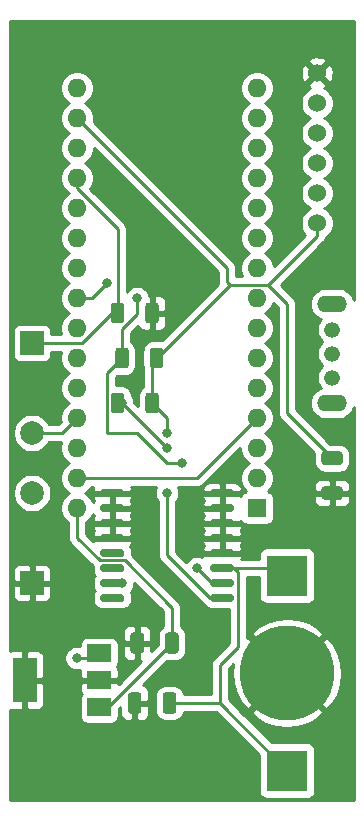
<source format=gbr>
%TF.GenerationSoftware,KiCad,Pcbnew,(5.1.9)-1*%
%TF.CreationDate,2021-11-05T10:50:43-04:00*%
%TF.ProjectId,raindrop,7261696e-6472-46f7-902e-6b696361645f,rev?*%
%TF.SameCoordinates,Original*%
%TF.FileFunction,Copper,L2,Bot*%
%TF.FilePolarity,Positive*%
%FSLAX46Y46*%
G04 Gerber Fmt 4.6, Leading zero omitted, Abs format (unit mm)*
G04 Created by KiCad (PCBNEW (5.1.9)-1) date 2021-11-05 10:50:43*
%MOMM*%
%LPD*%
G01*
G04 APERTURE LIST*
%TA.AperFunction,ComponentPad*%
%ADD10C,1.524000*%
%TD*%
%TA.AperFunction,ComponentPad*%
%ADD11C,2.000000*%
%TD*%
%TA.AperFunction,ComponentPad*%
%ADD12R,2.000000X2.000000*%
%TD*%
%TA.AperFunction,ComponentPad*%
%ADD13O,1.600000X1.600000*%
%TD*%
%TA.AperFunction,ComponentPad*%
%ADD14R,1.600000X1.600000*%
%TD*%
%TA.AperFunction,SMDPad,CuDef*%
%ADD15R,2.000000X1.500000*%
%TD*%
%TA.AperFunction,SMDPad,CuDef*%
%ADD16R,2.000000X3.800000*%
%TD*%
%TA.AperFunction,ComponentPad*%
%ADD17C,1.324000*%
%TD*%
%TA.AperFunction,ComponentPad*%
%ADD18O,2.524000X1.424000*%
%TD*%
%TA.AperFunction,SMDPad,CuDef*%
%ADD19C,8.000000*%
%TD*%
%TA.AperFunction,SMDPad,CuDef*%
%ADD20R,3.500000X3.500000*%
%TD*%
%TA.AperFunction,ViaPad*%
%ADD21C,0.800000*%
%TD*%
%TA.AperFunction,Conductor*%
%ADD22C,0.250000*%
%TD*%
%TA.AperFunction,Conductor*%
%ADD23C,0.254000*%
%TD*%
%TA.AperFunction,Conductor*%
%ADD24C,0.100000*%
%TD*%
G04 APERTURE END LIST*
D10*
%TO.P,J1,1*%
%TO.N,Net-(A1-Pad17)*%
X153670000Y-81280000D03*
%TO.P,J1,2*%
%TO.N,Net-(A1-Pad13)*%
X153670000Y-78740000D03*
%TO.P,J1,3*%
%TO.N,Net-(A1-Pad14)*%
X153670000Y-76200000D03*
%TO.P,J1,4*%
%TO.N,Net-(A1-Pad16)*%
X153670000Y-73660000D03*
%TO.P,J1,5*%
%TO.N,Net-(A1-Pad15)*%
X153670000Y-71120000D03*
%TO.P,J1,6*%
%TO.N,Earth*%
X153670000Y-68580000D03*
%TD*%
D11*
%TO.P,J2,1*%
%TO.N,Net-(A1-Pad27)*%
X129540000Y-99060000D03*
D12*
%TO.P,J2,2*%
%TO.N,Net-(A1-Pad19)*%
X129540000Y-91440000D03*
%TD*%
D13*
%TO.P,A1,16*%
%TO.N,Net-(A1-Pad16)*%
X133350000Y-69850000D03*
%TO.P,A1,15*%
%TO.N,Net-(A1-Pad15)*%
X148590000Y-69850000D03*
%TO.P,A1,30*%
%TO.N,Net-(A1-Pad30)*%
X133350000Y-105410000D03*
%TO.P,A1,14*%
%TO.N,Net-(A1-Pad14)*%
X148590000Y-72390000D03*
%TO.P,A1,29*%
%TO.N,GND*%
X133350000Y-102870000D03*
%TO.P,A1,13*%
%TO.N,Net-(A1-Pad13)*%
X148590000Y-74930000D03*
%TO.P,A1,28*%
%TO.N,Net-(A1-Pad28)*%
X133350000Y-100330000D03*
%TO.P,A1,12*%
%TO.N,Net-(A1-Pad12)*%
X148590000Y-77470000D03*
%TO.P,A1,27*%
%TO.N,Net-(A1-Pad27)*%
X133350000Y-97790000D03*
%TO.P,A1,11*%
%TO.N,Net-(A1-Pad11)*%
X148590000Y-80010000D03*
%TO.P,A1,26*%
%TO.N,Net-(A1-Pad26)*%
X133350000Y-95250000D03*
%TO.P,A1,10*%
%TO.N,Net-(A1-Pad10)*%
X148590000Y-82550000D03*
%TO.P,A1,25*%
%TO.N,Net-(A1-Pad25)*%
X133350000Y-92710000D03*
%TO.P,A1,9*%
%TO.N,Net-(A1-Pad9)*%
X148590000Y-85090000D03*
%TO.P,A1,24*%
%TO.N,Net-(A1-Pad24)*%
X133350000Y-90170000D03*
%TO.P,A1,8*%
%TO.N,Net-(A1-Pad8)*%
X148590000Y-87630000D03*
%TO.P,A1,23*%
%TO.N,Net-(A1-Pad23)*%
X133350000Y-87630000D03*
%TO.P,A1,7*%
%TO.N,Net-(A1-Pad7)*%
X148590000Y-90170000D03*
%TO.P,A1,22*%
%TO.N,Net-(A1-Pad22)*%
X133350000Y-85090000D03*
%TO.P,A1,6*%
%TO.N,Net-(A1-Pad6)*%
X148590000Y-92710000D03*
%TO.P,A1,21*%
%TO.N,Net-(A1-Pad21)*%
X133350000Y-82550000D03*
%TO.P,A1,5*%
%TO.N,Net-(A1-Pad5)*%
X148590000Y-95250000D03*
%TO.P,A1,20*%
%TO.N,Net-(A1-Pad20)*%
X133350000Y-80010000D03*
%TO.P,A1,4*%
%TO.N,GND*%
X148590000Y-97790000D03*
%TO.P,A1,19*%
%TO.N,Net-(A1-Pad19)*%
X133350000Y-77470000D03*
%TO.P,A1,3*%
%TO.N,Net-(A1-Pad3)*%
X148590000Y-100330000D03*
%TO.P,A1,18*%
%TO.N,Net-(A1-Pad18)*%
X133350000Y-74930000D03*
%TO.P,A1,2*%
%TO.N,Net-(A1-Pad2)*%
X148590000Y-102870000D03*
%TO.P,A1,17*%
%TO.N,Net-(A1-Pad17)*%
X133350000Y-72390000D03*
D14*
%TO.P,A1,1*%
%TO.N,Net-(A1-Pad1)*%
X148590000Y-105410000D03*
%TD*%
%TO.P,U2,16*%
%TO.N,Net-(A1-Pad24)*%
%TA.AperFunction,SMDPad,CuDef*%
G36*
G01*
X144595000Y-113180000D02*
X144595000Y-112880000D01*
G75*
G02*
X144745000Y-112730000I150000J0D01*
G01*
X146495000Y-112730000D01*
G75*
G02*
X146645000Y-112880000I0J-150000D01*
G01*
X146645000Y-113180000D01*
G75*
G02*
X146495000Y-113330000I-150000J0D01*
G01*
X144745000Y-113330000D01*
G75*
G02*
X144595000Y-113180000I0J150000D01*
G01*
G37*
%TD.AperFunction*%
%TO.P,U2,15*%
%TO.N,Net-(A1-Pad23)*%
%TA.AperFunction,SMDPad,CuDef*%
G36*
G01*
X144595000Y-111910000D02*
X144595000Y-111610000D01*
G75*
G02*
X144745000Y-111460000I150000J0D01*
G01*
X146495000Y-111460000D01*
G75*
G02*
X146645000Y-111610000I0J-150000D01*
G01*
X146645000Y-111910000D01*
G75*
G02*
X146495000Y-112060000I-150000J0D01*
G01*
X144745000Y-112060000D01*
G75*
G02*
X144595000Y-111910000I0J150000D01*
G01*
G37*
%TD.AperFunction*%
%TO.P,U2,14*%
%TO.N,Net-(BT1-Pad1)*%
%TA.AperFunction,SMDPad,CuDef*%
G36*
G01*
X144595000Y-110640000D02*
X144595000Y-110340000D01*
G75*
G02*
X144745000Y-110190000I150000J0D01*
G01*
X146495000Y-110190000D01*
G75*
G02*
X146645000Y-110340000I0J-150000D01*
G01*
X146645000Y-110640000D01*
G75*
G02*
X146495000Y-110790000I-150000J0D01*
G01*
X144745000Y-110790000D01*
G75*
G02*
X144595000Y-110640000I0J150000D01*
G01*
G37*
%TD.AperFunction*%
%TO.P,U2,13*%
%TO.N,Earth*%
%TA.AperFunction,SMDPad,CuDef*%
G36*
G01*
X144595000Y-109370000D02*
X144595000Y-109070000D01*
G75*
G02*
X144745000Y-108920000I150000J0D01*
G01*
X146495000Y-108920000D01*
G75*
G02*
X146645000Y-109070000I0J-150000D01*
G01*
X146645000Y-109370000D01*
G75*
G02*
X146495000Y-109520000I-150000J0D01*
G01*
X144745000Y-109520000D01*
G75*
G02*
X144595000Y-109370000I0J150000D01*
G01*
G37*
%TD.AperFunction*%
%TO.P,U2,12*%
%TA.AperFunction,SMDPad,CuDef*%
G36*
G01*
X144595000Y-108100000D02*
X144595000Y-107800000D01*
G75*
G02*
X144745000Y-107650000I150000J0D01*
G01*
X146495000Y-107650000D01*
G75*
G02*
X146645000Y-107800000I0J-150000D01*
G01*
X146645000Y-108100000D01*
G75*
G02*
X146495000Y-108250000I-150000J0D01*
G01*
X144745000Y-108250000D01*
G75*
G02*
X144595000Y-108100000I0J150000D01*
G01*
G37*
%TD.AperFunction*%
%TO.P,U2,11*%
%TA.AperFunction,SMDPad,CuDef*%
G36*
G01*
X144595000Y-106830000D02*
X144595000Y-106530000D01*
G75*
G02*
X144745000Y-106380000I150000J0D01*
G01*
X146495000Y-106380000D01*
G75*
G02*
X146645000Y-106530000I0J-150000D01*
G01*
X146645000Y-106830000D01*
G75*
G02*
X146495000Y-106980000I-150000J0D01*
G01*
X144745000Y-106980000D01*
G75*
G02*
X144595000Y-106830000I0J150000D01*
G01*
G37*
%TD.AperFunction*%
%TO.P,U2,10*%
%TA.AperFunction,SMDPad,CuDef*%
G36*
G01*
X144595000Y-105560000D02*
X144595000Y-105260000D01*
G75*
G02*
X144745000Y-105110000I150000J0D01*
G01*
X146495000Y-105110000D01*
G75*
G02*
X146645000Y-105260000I0J-150000D01*
G01*
X146645000Y-105560000D01*
G75*
G02*
X146495000Y-105710000I-150000J0D01*
G01*
X144745000Y-105710000D01*
G75*
G02*
X144595000Y-105560000I0J150000D01*
G01*
G37*
%TD.AperFunction*%
%TO.P,U2,9*%
%TA.AperFunction,SMDPad,CuDef*%
G36*
G01*
X144595000Y-104290000D02*
X144595000Y-103990000D01*
G75*
G02*
X144745000Y-103840000I150000J0D01*
G01*
X146495000Y-103840000D01*
G75*
G02*
X146645000Y-103990000I0J-150000D01*
G01*
X146645000Y-104290000D01*
G75*
G02*
X146495000Y-104440000I-150000J0D01*
G01*
X144745000Y-104440000D01*
G75*
G02*
X144595000Y-104290000I0J150000D01*
G01*
G37*
%TD.AperFunction*%
%TO.P,U2,8*%
%TA.AperFunction,SMDPad,CuDef*%
G36*
G01*
X135295000Y-104290000D02*
X135295000Y-103990000D01*
G75*
G02*
X135445000Y-103840000I150000J0D01*
G01*
X137195000Y-103840000D01*
G75*
G02*
X137345000Y-103990000I0J-150000D01*
G01*
X137345000Y-104290000D01*
G75*
G02*
X137195000Y-104440000I-150000J0D01*
G01*
X135445000Y-104440000D01*
G75*
G02*
X135295000Y-104290000I0J150000D01*
G01*
G37*
%TD.AperFunction*%
%TO.P,U2,7*%
%TA.AperFunction,SMDPad,CuDef*%
G36*
G01*
X135295000Y-105560000D02*
X135295000Y-105260000D01*
G75*
G02*
X135445000Y-105110000I150000J0D01*
G01*
X137195000Y-105110000D01*
G75*
G02*
X137345000Y-105260000I0J-150000D01*
G01*
X137345000Y-105560000D01*
G75*
G02*
X137195000Y-105710000I-150000J0D01*
G01*
X135445000Y-105710000D01*
G75*
G02*
X135295000Y-105560000I0J150000D01*
G01*
G37*
%TD.AperFunction*%
%TO.P,U2,6*%
%TA.AperFunction,SMDPad,CuDef*%
G36*
G01*
X135295000Y-106830000D02*
X135295000Y-106530000D01*
G75*
G02*
X135445000Y-106380000I150000J0D01*
G01*
X137195000Y-106380000D01*
G75*
G02*
X137345000Y-106530000I0J-150000D01*
G01*
X137345000Y-106830000D01*
G75*
G02*
X137195000Y-106980000I-150000J0D01*
G01*
X135445000Y-106980000D01*
G75*
G02*
X135295000Y-106830000I0J150000D01*
G01*
G37*
%TD.AperFunction*%
%TO.P,U2,5*%
%TA.AperFunction,SMDPad,CuDef*%
G36*
G01*
X135295000Y-108100000D02*
X135295000Y-107800000D01*
G75*
G02*
X135445000Y-107650000I150000J0D01*
G01*
X137195000Y-107650000D01*
G75*
G02*
X137345000Y-107800000I0J-150000D01*
G01*
X137345000Y-108100000D01*
G75*
G02*
X137195000Y-108250000I-150000J0D01*
G01*
X135445000Y-108250000D01*
G75*
G02*
X135295000Y-108100000I0J150000D01*
G01*
G37*
%TD.AperFunction*%
%TO.P,U2,4*%
%TO.N,Net-(U2-Pad4)*%
%TA.AperFunction,SMDPad,CuDef*%
G36*
G01*
X135295000Y-109370000D02*
X135295000Y-109070000D01*
G75*
G02*
X135445000Y-108920000I150000J0D01*
G01*
X137195000Y-108920000D01*
G75*
G02*
X137345000Y-109070000I0J-150000D01*
G01*
X137345000Y-109370000D01*
G75*
G02*
X137195000Y-109520000I-150000J0D01*
G01*
X135445000Y-109520000D01*
G75*
G02*
X135295000Y-109370000I0J150000D01*
G01*
G37*
%TD.AperFunction*%
%TO.P,U2,3*%
%TO.N,Net-(U2-Pad3)*%
%TA.AperFunction,SMDPad,CuDef*%
G36*
G01*
X135295000Y-110640000D02*
X135295000Y-110340000D01*
G75*
G02*
X135445000Y-110190000I150000J0D01*
G01*
X137195000Y-110190000D01*
G75*
G02*
X137345000Y-110340000I0J-150000D01*
G01*
X137345000Y-110640000D01*
G75*
G02*
X137195000Y-110790000I-150000J0D01*
G01*
X135445000Y-110790000D01*
G75*
G02*
X135295000Y-110640000I0J150000D01*
G01*
G37*
%TD.AperFunction*%
%TO.P,U2,2*%
%TO.N,Net-(A1-Pad17)*%
%TA.AperFunction,SMDPad,CuDef*%
G36*
G01*
X135295000Y-111910000D02*
X135295000Y-111610000D01*
G75*
G02*
X135445000Y-111460000I150000J0D01*
G01*
X137195000Y-111460000D01*
G75*
G02*
X137345000Y-111610000I0J-150000D01*
G01*
X137345000Y-111910000D01*
G75*
G02*
X137195000Y-112060000I-150000J0D01*
G01*
X135445000Y-112060000D01*
G75*
G02*
X135295000Y-111910000I0J150000D01*
G01*
G37*
%TD.AperFunction*%
%TO.P,U2,1*%
%TO.N,Net-(U2-Pad1)*%
%TA.AperFunction,SMDPad,CuDef*%
G36*
G01*
X135295000Y-113180000D02*
X135295000Y-112880000D01*
G75*
G02*
X135445000Y-112730000I150000J0D01*
G01*
X137195000Y-112730000D01*
G75*
G02*
X137345000Y-112880000I0J-150000D01*
G01*
X137345000Y-113180000D01*
G75*
G02*
X137195000Y-113330000I-150000J0D01*
G01*
X135445000Y-113330000D01*
G75*
G02*
X135295000Y-113180000I0J150000D01*
G01*
G37*
%TD.AperFunction*%
%TD*%
D15*
%TO.P,U1,1*%
%TO.N,Net-(C1-Pad1)*%
X135230000Y-117690000D03*
%TO.P,U1,3*%
%TO.N,Net-(A1-Pad30)*%
X135230000Y-122290000D03*
%TO.P,U1,2*%
%TO.N,Earth*%
X135230000Y-119990000D03*
D16*
X128930000Y-119990000D03*
%TD*%
%TO.P,R3,2*%
%TO.N,Net-(A1-Pad23)*%
%TA.AperFunction,SMDPad,CuDef*%
G36*
G01*
X137722500Y-92084999D02*
X137722500Y-93335001D01*
G75*
G02*
X137472501Y-93585000I-249999J0D01*
G01*
X136847499Y-93585000D01*
G75*
G02*
X136597500Y-93335001I0J249999D01*
G01*
X136597500Y-92084999D01*
G75*
G02*
X136847499Y-91835000I249999J0D01*
G01*
X137472501Y-91835000D01*
G75*
G02*
X137722500Y-92084999I0J-249999D01*
G01*
G37*
%TD.AperFunction*%
%TO.P,R3,1*%
%TO.N,Net-(A1-Pad17)*%
%TA.AperFunction,SMDPad,CuDef*%
G36*
G01*
X140647500Y-92084999D02*
X140647500Y-93335001D01*
G75*
G02*
X140397501Y-93585000I-249999J0D01*
G01*
X139772499Y-93585000D01*
G75*
G02*
X139522500Y-93335001I0J249999D01*
G01*
X139522500Y-92084999D01*
G75*
G02*
X139772499Y-91835000I249999J0D01*
G01*
X140397501Y-91835000D01*
G75*
G02*
X140647500Y-92084999I0J-249999D01*
G01*
G37*
%TD.AperFunction*%
%TD*%
%TO.P,R2,2*%
%TO.N,Net-(A1-Pad17)*%
%TA.AperFunction,SMDPad,CuDef*%
G36*
G01*
X139137500Y-97145001D02*
X139137500Y-95894999D01*
G75*
G02*
X139387499Y-95645000I249999J0D01*
G01*
X140012501Y-95645000D01*
G75*
G02*
X140262500Y-95894999I0J-249999D01*
G01*
X140262500Y-97145001D01*
G75*
G02*
X140012501Y-97395000I-249999J0D01*
G01*
X139387499Y-97395000D01*
G75*
G02*
X139137500Y-97145001I0J249999D01*
G01*
G37*
%TD.AperFunction*%
%TO.P,R2,1*%
%TO.N,Net-(A1-Pad24)*%
%TA.AperFunction,SMDPad,CuDef*%
G36*
G01*
X136212500Y-97145001D02*
X136212500Y-95894999D01*
G75*
G02*
X136462499Y-95645000I249999J0D01*
G01*
X137087501Y-95645000D01*
G75*
G02*
X137337500Y-95894999I0J-249999D01*
G01*
X137337500Y-97145001D01*
G75*
G02*
X137087501Y-97395000I-249999J0D01*
G01*
X136462499Y-97395000D01*
G75*
G02*
X136212500Y-97145001I0J249999D01*
G01*
G37*
%TD.AperFunction*%
%TD*%
%TO.P,R1,2*%
%TO.N,Earth*%
%TA.AperFunction,SMDPad,CuDef*%
G36*
G01*
X139137500Y-89525001D02*
X139137500Y-88274999D01*
G75*
G02*
X139387499Y-88025000I249999J0D01*
G01*
X140012501Y-88025000D01*
G75*
G02*
X140262500Y-88274999I0J-249999D01*
G01*
X140262500Y-89525001D01*
G75*
G02*
X140012501Y-89775000I-249999J0D01*
G01*
X139387499Y-89775000D01*
G75*
G02*
X139137500Y-89525001I0J249999D01*
G01*
G37*
%TD.AperFunction*%
%TO.P,R1,1*%
%TO.N,Net-(A1-Pad19)*%
%TA.AperFunction,SMDPad,CuDef*%
G36*
G01*
X136212500Y-89525001D02*
X136212500Y-88274999D01*
G75*
G02*
X136462499Y-88025000I249999J0D01*
G01*
X137087501Y-88025000D01*
G75*
G02*
X137337500Y-88274999I0J-249999D01*
G01*
X137337500Y-89525001D01*
G75*
G02*
X137087501Y-89775000I-249999J0D01*
G01*
X136462499Y-89775000D01*
G75*
G02*
X136212500Y-89525001I0J249999D01*
G01*
G37*
%TD.AperFunction*%
%TD*%
D17*
%TO.P,J4,1*%
%TO.N,Net-(J3-Pad1)*%
X154940000Y-94361000D03*
%TO.P,J4,2*%
%TO.N,Net-(C1-Pad1)*%
X154940000Y-92329000D03*
%TO.P,J4,3*%
%TO.N,N/C*%
X154940000Y-90297000D03*
D18*
%TO.P,J4,4*%
X154940000Y-96520000D03*
%TO.P,J4,5*%
X154940000Y-88138000D03*
%TD*%
D11*
%TO.P,J3,1*%
%TO.N,Net-(J3-Pad1)*%
X129540000Y-104140000D03*
D12*
%TO.P,J3,2*%
%TO.N,Earth*%
X129540000Y-111760000D03*
%TD*%
%TO.P,C4,2*%
%TO.N,Net-(BT1-Pad1)*%
%TA.AperFunction,SMDPad,CuDef*%
G36*
G01*
X140600000Y-122570001D02*
X140600000Y-121269999D01*
G75*
G02*
X140849999Y-121020000I249999J0D01*
G01*
X141500001Y-121020000D01*
G75*
G02*
X141750000Y-121269999I0J-249999D01*
G01*
X141750000Y-122570001D01*
G75*
G02*
X141500001Y-122820000I-249999J0D01*
G01*
X140849999Y-122820000D01*
G75*
G02*
X140600000Y-122570001I0J249999D01*
G01*
G37*
%TD.AperFunction*%
%TO.P,C4,1*%
%TO.N,Earth*%
%TA.AperFunction,SMDPad,CuDef*%
G36*
G01*
X137650000Y-122570001D02*
X137650000Y-121269999D01*
G75*
G02*
X137899999Y-121020000I249999J0D01*
G01*
X138550001Y-121020000D01*
G75*
G02*
X138800000Y-121269999I0J-249999D01*
G01*
X138800000Y-122570001D01*
G75*
G02*
X138550001Y-122820000I-249999J0D01*
G01*
X137899999Y-122820000D01*
G75*
G02*
X137650000Y-122570001I0J249999D01*
G01*
G37*
%TD.AperFunction*%
%TD*%
%TO.P,C3,2*%
%TO.N,Earth*%
%TA.AperFunction,SMDPad,CuDef*%
G36*
G01*
X154289999Y-103565000D02*
X155590001Y-103565000D01*
G75*
G02*
X155840000Y-103814999I0J-249999D01*
G01*
X155840000Y-104465001D01*
G75*
G02*
X155590001Y-104715000I-249999J0D01*
G01*
X154289999Y-104715000D01*
G75*
G02*
X154040000Y-104465001I0J249999D01*
G01*
X154040000Y-103814999D01*
G75*
G02*
X154289999Y-103565000I249999J0D01*
G01*
G37*
%TD.AperFunction*%
%TO.P,C3,1*%
%TO.N,Net-(A1-Pad17)*%
%TA.AperFunction,SMDPad,CuDef*%
G36*
G01*
X154289999Y-100615000D02*
X155590001Y-100615000D01*
G75*
G02*
X155840000Y-100864999I0J-249999D01*
G01*
X155840000Y-101515001D01*
G75*
G02*
X155590001Y-101765000I-249999J0D01*
G01*
X154289999Y-101765000D01*
G75*
G02*
X154040000Y-101515001I0J249999D01*
G01*
X154040000Y-100864999D01*
G75*
G02*
X154289999Y-100615000I249999J0D01*
G01*
G37*
%TD.AperFunction*%
%TD*%
%TO.P,C2,2*%
%TO.N,Earth*%
%TA.AperFunction,SMDPad,CuDef*%
G36*
G01*
X139005000Y-116189999D02*
X139005000Y-117490001D01*
G75*
G02*
X138755001Y-117740000I-249999J0D01*
G01*
X138104999Y-117740000D01*
G75*
G02*
X137855000Y-117490001I0J249999D01*
G01*
X137855000Y-116189999D01*
G75*
G02*
X138104999Y-115940000I249999J0D01*
G01*
X138755001Y-115940000D01*
G75*
G02*
X139005000Y-116189999I0J-249999D01*
G01*
G37*
%TD.AperFunction*%
%TO.P,C2,1*%
%TO.N,Net-(A1-Pad30)*%
%TA.AperFunction,SMDPad,CuDef*%
G36*
G01*
X141955000Y-116189999D02*
X141955000Y-117490001D01*
G75*
G02*
X141705001Y-117740000I-249999J0D01*
G01*
X141054999Y-117740000D01*
G75*
G02*
X140805000Y-117490001I0J249999D01*
G01*
X140805000Y-116189999D01*
G75*
G02*
X141054999Y-115940000I249999J0D01*
G01*
X141705001Y-115940000D01*
G75*
G02*
X141955000Y-116189999I0J-249999D01*
G01*
G37*
%TD.AperFunction*%
%TD*%
D19*
%TO.P,BT1,2*%
%TO.N,Earth*%
X151130000Y-119380000D03*
D20*
%TO.P,BT1,1*%
%TO.N,Net-(BT1-Pad1)*%
X151130000Y-127635000D03*
X151130000Y-111125000D03*
%TD*%
D21*
%TO.N,Earth*%
X129540000Y-127000000D03*
X154940000Y-127000000D03*
X128270000Y-66040000D03*
X140970000Y-74930000D03*
X140970000Y-83820000D03*
%TO.N,Net-(C1-Pad1)*%
X133304998Y-118110000D03*
%TO.N,Net-(A1-Pad17)*%
X137160000Y-111760000D03*
X137160000Y-111760000D03*
X140970000Y-99060000D03*
X140970000Y-99060000D03*
%TO.N,Net-(A1-Pad24)*%
X140970000Y-104140000D03*
X140970000Y-104140000D03*
X140970000Y-100330000D03*
X140970000Y-100330000D03*
X137160000Y-96520000D03*
%TO.N,Net-(A1-Pad23)*%
X135890000Y-86360000D03*
X138430000Y-87630000D03*
X142240000Y-101600000D03*
X143510000Y-110490000D03*
%TD*%
D22*
%TO.N,Net-(BT1-Pad1)*%
X150495000Y-110490000D02*
X151130000Y-111125000D01*
X145620000Y-110490000D02*
X150495000Y-110490000D01*
X145415000Y-121920000D02*
X151130000Y-127635000D01*
X141175000Y-121920000D02*
X145415000Y-121920000D01*
X146970010Y-117138988D02*
X145415000Y-118693998D01*
X146970010Y-110815010D02*
X146970010Y-117138988D01*
X146645000Y-110490000D02*
X146970010Y-110815010D01*
X145415000Y-118693998D02*
X145415000Y-121920000D01*
X145620000Y-110490000D02*
X146645000Y-110490000D01*
%TO.N,Net-(C1-Pad1)*%
X134810000Y-118110000D02*
X135230000Y-117690000D01*
X133304998Y-118110000D02*
X134810000Y-118110000D01*
%TO.N,Net-(A1-Pad30)*%
X135248242Y-109845010D02*
X133350000Y-107946768D01*
X137371778Y-109845010D02*
X135248242Y-109845010D01*
X133350000Y-107946768D02*
X133350000Y-105410000D01*
X141380000Y-113853232D02*
X137371778Y-109845010D01*
X141380000Y-116840000D02*
X141380000Y-113853232D01*
X135930000Y-122290000D02*
X141380000Y-116840000D01*
X135230000Y-122290000D02*
X135930000Y-122290000D01*
%TO.N,Net-(A1-Pad17)*%
X146290001Y-86504999D02*
X140085000Y-92710000D01*
X149522631Y-86504999D02*
X146290001Y-86504999D01*
X153670000Y-82357630D02*
X149522631Y-86504999D01*
X153670000Y-81280000D02*
X153670000Y-81280000D01*
X149522631Y-86504999D02*
X151130000Y-88112368D01*
X151130000Y-97380000D02*
X154940000Y-101190000D01*
X151130000Y-88112368D02*
X151130000Y-97380000D01*
X133350000Y-72390000D02*
X133350000Y-72390000D01*
X146050000Y-86264998D02*
X146290001Y-86504999D01*
X146050000Y-85090000D02*
X146050000Y-86264998D01*
X153670000Y-81280000D02*
X153670000Y-82357630D01*
X133350000Y-72390000D02*
X146050000Y-85090000D01*
X140970000Y-97790000D02*
X139700000Y-96520000D01*
X139700000Y-93095000D02*
X140085000Y-92710000D01*
X139700000Y-96520000D02*
X139700000Y-93095000D01*
X140970000Y-99060000D02*
X140970000Y-97790000D01*
%TO.N,Net-(A1-Pad19)*%
X136775000Y-81769998D02*
X133350000Y-78344998D01*
X133350000Y-78344998D02*
X133350000Y-77470000D01*
X136775000Y-88900000D02*
X136775000Y-81769998D01*
X133350000Y-77470000D02*
X133350000Y-77470000D01*
X136285002Y-88900000D02*
X136775000Y-88900000D01*
X133745002Y-91440000D02*
X136285002Y-88900000D01*
X129540000Y-91440000D02*
X133745002Y-91440000D01*
%TO.N,Net-(A1-Pad27)*%
X132080000Y-99060000D02*
X133350000Y-97790000D01*
X129540000Y-99060000D02*
X132080000Y-99060000D01*
%TO.N,Net-(A1-Pad24)*%
X144595000Y-113030000D02*
X140970000Y-109405000D01*
X145620000Y-113030000D02*
X144595000Y-113030000D01*
X140970000Y-109405000D02*
X140970000Y-104140000D01*
X140970000Y-104140000D02*
X140970000Y-104140000D01*
X140970000Y-104140000D02*
X140970000Y-104140000D01*
X137160000Y-96520000D02*
X137160000Y-96520000D01*
X140970000Y-100330000D02*
X137160000Y-96520000D01*
X137160000Y-96520000D02*
X136775000Y-96520000D01*
%TO.N,Net-(A1-Pad23)*%
X133350000Y-87630000D02*
X134620000Y-87630000D01*
X134620000Y-87630000D02*
X135890000Y-86360000D01*
X135890000Y-86360000D02*
X135890000Y-86360000D01*
X137160000Y-90265690D02*
X137160000Y-92710000D01*
X138430000Y-88995690D02*
X137160000Y-90265690D01*
X138430000Y-87630000D02*
X138430000Y-88995690D01*
X135887490Y-93982510D02*
X135887490Y-99057490D01*
X137160000Y-92710000D02*
X135887490Y-93982510D01*
X135887490Y-99057490D02*
X137157490Y-99057490D01*
X137157490Y-99057490D02*
X137157490Y-99057490D01*
X138427490Y-99057490D02*
X140970000Y-101600000D01*
X137157490Y-99057490D02*
X138427490Y-99057490D01*
X140970000Y-101600000D02*
X142240000Y-101600000D01*
X142240000Y-101600000D02*
X142240000Y-101600000D01*
X144780000Y-111760000D02*
X145620000Y-111760000D01*
X143510000Y-110490000D02*
X144780000Y-111760000D01*
%TO.N,GND*%
X143510000Y-102870000D02*
X148590000Y-97790000D01*
X133350000Y-102870000D02*
X143510000Y-102870000D01*
%TD*%
D23*
%TO.N,Earth*%
X156795001Y-87799739D02*
X156740487Y-87620031D01*
X156615408Y-87386026D01*
X156447081Y-87180919D01*
X156241974Y-87012592D01*
X156007969Y-86887513D01*
X155754058Y-86810490D01*
X155556169Y-86791000D01*
X154323831Y-86791000D01*
X154125942Y-86810490D01*
X153872031Y-86887513D01*
X153638026Y-87012592D01*
X153432919Y-87180919D01*
X153264592Y-87386026D01*
X153139513Y-87620031D01*
X153062490Y-87873942D01*
X153036483Y-88138000D01*
X153062490Y-88402058D01*
X153139513Y-88655969D01*
X153264592Y-88889974D01*
X153432919Y-89095081D01*
X153638026Y-89263408D01*
X153872031Y-89388487D01*
X153981170Y-89421594D01*
X153932554Y-89470210D01*
X153790613Y-89682640D01*
X153692843Y-89918679D01*
X153643000Y-90169257D01*
X153643000Y-90424743D01*
X153692843Y-90675321D01*
X153790613Y-90911360D01*
X153932554Y-91123790D01*
X154113210Y-91304446D01*
X154126012Y-91313000D01*
X154113210Y-91321554D01*
X153932554Y-91502210D01*
X153790613Y-91714640D01*
X153692843Y-91950679D01*
X153643000Y-92201257D01*
X153643000Y-92456743D01*
X153692843Y-92707321D01*
X153790613Y-92943360D01*
X153932554Y-93155790D01*
X154113210Y-93336446D01*
X154126012Y-93345000D01*
X154113210Y-93353554D01*
X153932554Y-93534210D01*
X153790613Y-93746640D01*
X153692843Y-93982679D01*
X153643000Y-94233257D01*
X153643000Y-94488743D01*
X153692843Y-94739321D01*
X153790613Y-94975360D01*
X153932554Y-95187790D01*
X153981170Y-95236406D01*
X153872031Y-95269513D01*
X153638026Y-95394592D01*
X153432919Y-95562919D01*
X153264592Y-95768026D01*
X153139513Y-96002031D01*
X153062490Y-96255942D01*
X153036483Y-96520000D01*
X153062490Y-96784058D01*
X153139513Y-97037969D01*
X153264592Y-97271974D01*
X153432919Y-97477081D01*
X153638026Y-97645408D01*
X153872031Y-97770487D01*
X154125942Y-97847510D01*
X154323831Y-97867000D01*
X155556169Y-97867000D01*
X155754058Y-97847510D01*
X156007969Y-97770487D01*
X156241974Y-97645408D01*
X156447081Y-97477081D01*
X156615408Y-97271974D01*
X156740487Y-97037969D01*
X156795001Y-96858262D01*
X156795000Y-130125000D01*
X127685000Y-130125000D01*
X127685000Y-122479064D01*
X127685820Y-122479502D01*
X127805518Y-122515812D01*
X127930000Y-122528072D01*
X128644250Y-122525000D01*
X128803000Y-122366250D01*
X128803000Y-120117000D01*
X129057000Y-120117000D01*
X129057000Y-122366250D01*
X129215750Y-122525000D01*
X129930000Y-122528072D01*
X130054482Y-122515812D01*
X130174180Y-122479502D01*
X130284494Y-122420537D01*
X130381185Y-122341185D01*
X130460537Y-122244494D01*
X130519502Y-122134180D01*
X130555812Y-122014482D01*
X130568072Y-121890000D01*
X130565000Y-120275750D01*
X130406250Y-120117000D01*
X129057000Y-120117000D01*
X128803000Y-120117000D01*
X128783000Y-120117000D01*
X128783000Y-119863000D01*
X128803000Y-119863000D01*
X128803000Y-117613750D01*
X129057000Y-117613750D01*
X129057000Y-119863000D01*
X130406250Y-119863000D01*
X130565000Y-119704250D01*
X130568072Y-118090000D01*
X130560002Y-118008061D01*
X132269998Y-118008061D01*
X132269998Y-118211939D01*
X132309772Y-118411898D01*
X132387793Y-118600256D01*
X132501061Y-118769774D01*
X132645224Y-118913937D01*
X132814742Y-119027205D01*
X133003100Y-119105226D01*
X133203059Y-119145000D01*
X133406937Y-119145000D01*
X133606896Y-119105226D01*
X133607370Y-119105030D01*
X133604188Y-119115518D01*
X133591928Y-119240000D01*
X133595000Y-119704250D01*
X133753750Y-119863000D01*
X135103000Y-119863000D01*
X135103000Y-119843000D01*
X135357000Y-119843000D01*
X135357000Y-119863000D01*
X136706250Y-119863000D01*
X136865000Y-119704250D01*
X136868072Y-119240000D01*
X136855812Y-119115518D01*
X136819502Y-118995820D01*
X136760537Y-118885506D01*
X136723191Y-118840000D01*
X136760537Y-118794494D01*
X136819502Y-118684180D01*
X136855812Y-118564482D01*
X136868072Y-118440000D01*
X136868072Y-117740000D01*
X137216928Y-117740000D01*
X137229188Y-117864482D01*
X137265498Y-117984180D01*
X137324463Y-118094494D01*
X137403815Y-118191185D01*
X137500506Y-118270537D01*
X137610820Y-118329502D01*
X137730518Y-118365812D01*
X137855000Y-118378072D01*
X138144250Y-118375000D01*
X138303000Y-118216250D01*
X138303000Y-116967000D01*
X137378750Y-116967000D01*
X137220000Y-117125750D01*
X137216928Y-117740000D01*
X136868072Y-117740000D01*
X136868072Y-116940000D01*
X136855812Y-116815518D01*
X136819502Y-116695820D01*
X136760537Y-116585506D01*
X136681185Y-116488815D01*
X136584494Y-116409463D01*
X136474180Y-116350498D01*
X136354482Y-116314188D01*
X136230000Y-116301928D01*
X134230000Y-116301928D01*
X134105518Y-116314188D01*
X133985820Y-116350498D01*
X133875506Y-116409463D01*
X133778815Y-116488815D01*
X133699463Y-116585506D01*
X133640498Y-116695820D01*
X133604188Y-116815518D01*
X133591928Y-116940000D01*
X133591928Y-117111797D01*
X133406937Y-117075000D01*
X133203059Y-117075000D01*
X133003100Y-117114774D01*
X132814742Y-117192795D01*
X132645224Y-117306063D01*
X132501061Y-117450226D01*
X132387793Y-117619744D01*
X132309772Y-117808102D01*
X132269998Y-118008061D01*
X130560002Y-118008061D01*
X130555812Y-117965518D01*
X130519502Y-117845820D01*
X130460537Y-117735506D01*
X130381185Y-117638815D01*
X130284494Y-117559463D01*
X130174180Y-117500498D01*
X130054482Y-117464188D01*
X129930000Y-117451928D01*
X129215750Y-117455000D01*
X129057000Y-117613750D01*
X128803000Y-117613750D01*
X128644250Y-117455000D01*
X127930000Y-117451928D01*
X127805518Y-117464188D01*
X127685820Y-117500498D01*
X127685000Y-117500936D01*
X127685000Y-115940000D01*
X137216928Y-115940000D01*
X137220000Y-116554250D01*
X137378750Y-116713000D01*
X138303000Y-116713000D01*
X138303000Y-115463750D01*
X138557000Y-115463750D01*
X138557000Y-116713000D01*
X139481250Y-116713000D01*
X139640000Y-116554250D01*
X139643072Y-115940000D01*
X139630812Y-115815518D01*
X139594502Y-115695820D01*
X139535537Y-115585506D01*
X139456185Y-115488815D01*
X139359494Y-115409463D01*
X139249180Y-115350498D01*
X139129482Y-115314188D01*
X139005000Y-115301928D01*
X138715750Y-115305000D01*
X138557000Y-115463750D01*
X138303000Y-115463750D01*
X138144250Y-115305000D01*
X137855000Y-115301928D01*
X137730518Y-115314188D01*
X137610820Y-115350498D01*
X137500506Y-115409463D01*
X137403815Y-115488815D01*
X137324463Y-115585506D01*
X137265498Y-115695820D01*
X137229188Y-115815518D01*
X137216928Y-115940000D01*
X127685000Y-115940000D01*
X127685000Y-112760000D01*
X127901928Y-112760000D01*
X127914188Y-112884482D01*
X127950498Y-113004180D01*
X128009463Y-113114494D01*
X128088815Y-113211185D01*
X128185506Y-113290537D01*
X128295820Y-113349502D01*
X128415518Y-113385812D01*
X128540000Y-113398072D01*
X129254250Y-113395000D01*
X129413000Y-113236250D01*
X129413000Y-111887000D01*
X129667000Y-111887000D01*
X129667000Y-113236250D01*
X129825750Y-113395000D01*
X130540000Y-113398072D01*
X130664482Y-113385812D01*
X130784180Y-113349502D01*
X130894494Y-113290537D01*
X130991185Y-113211185D01*
X131070537Y-113114494D01*
X131129502Y-113004180D01*
X131165812Y-112884482D01*
X131178072Y-112760000D01*
X131175000Y-112045750D01*
X131016250Y-111887000D01*
X129667000Y-111887000D01*
X129413000Y-111887000D01*
X128063750Y-111887000D01*
X127905000Y-112045750D01*
X127901928Y-112760000D01*
X127685000Y-112760000D01*
X127685000Y-110760000D01*
X127901928Y-110760000D01*
X127905000Y-111474250D01*
X128063750Y-111633000D01*
X129413000Y-111633000D01*
X129413000Y-110283750D01*
X129667000Y-110283750D01*
X129667000Y-111633000D01*
X131016250Y-111633000D01*
X131175000Y-111474250D01*
X131178072Y-110760000D01*
X131165812Y-110635518D01*
X131129502Y-110515820D01*
X131070537Y-110405506D01*
X130991185Y-110308815D01*
X130894494Y-110229463D01*
X130784180Y-110170498D01*
X130664482Y-110134188D01*
X130540000Y-110121928D01*
X129825750Y-110125000D01*
X129667000Y-110283750D01*
X129413000Y-110283750D01*
X129254250Y-110125000D01*
X128540000Y-110121928D01*
X128415518Y-110134188D01*
X128295820Y-110170498D01*
X128185506Y-110229463D01*
X128088815Y-110308815D01*
X128009463Y-110405506D01*
X127950498Y-110515820D01*
X127914188Y-110635518D01*
X127901928Y-110760000D01*
X127685000Y-110760000D01*
X127685000Y-103978967D01*
X127905000Y-103978967D01*
X127905000Y-104301033D01*
X127967832Y-104616912D01*
X128091082Y-104914463D01*
X128270013Y-105182252D01*
X128497748Y-105409987D01*
X128765537Y-105588918D01*
X129063088Y-105712168D01*
X129378967Y-105775000D01*
X129701033Y-105775000D01*
X130016912Y-105712168D01*
X130314463Y-105588918D01*
X130582252Y-105409987D01*
X130809987Y-105182252D01*
X130988918Y-104914463D01*
X131112168Y-104616912D01*
X131175000Y-104301033D01*
X131175000Y-103978967D01*
X131112168Y-103663088D01*
X130988918Y-103365537D01*
X130809987Y-103097748D01*
X130582252Y-102870013D01*
X130314463Y-102691082D01*
X130016912Y-102567832D01*
X129701033Y-102505000D01*
X129378967Y-102505000D01*
X129063088Y-102567832D01*
X128765537Y-102691082D01*
X128497748Y-102870013D01*
X128270013Y-103097748D01*
X128091082Y-103365537D01*
X127967832Y-103663088D01*
X127905000Y-103978967D01*
X127685000Y-103978967D01*
X127685000Y-90440000D01*
X127901928Y-90440000D01*
X127901928Y-92440000D01*
X127914188Y-92564482D01*
X127950498Y-92684180D01*
X128009463Y-92794494D01*
X128088815Y-92891185D01*
X128185506Y-92970537D01*
X128295820Y-93029502D01*
X128415518Y-93065812D01*
X128540000Y-93078072D01*
X130540000Y-93078072D01*
X130664482Y-93065812D01*
X130784180Y-93029502D01*
X130894494Y-92970537D01*
X130991185Y-92891185D01*
X131070537Y-92794494D01*
X131129502Y-92684180D01*
X131165812Y-92564482D01*
X131178072Y-92440000D01*
X131178072Y-92200000D01*
X132008017Y-92200000D01*
X131970147Y-92291426D01*
X131915000Y-92568665D01*
X131915000Y-92851335D01*
X131970147Y-93128574D01*
X132078320Y-93389727D01*
X132235363Y-93624759D01*
X132435241Y-93824637D01*
X132667759Y-93980000D01*
X132435241Y-94135363D01*
X132235363Y-94335241D01*
X132078320Y-94570273D01*
X131970147Y-94831426D01*
X131915000Y-95108665D01*
X131915000Y-95391335D01*
X131970147Y-95668574D01*
X132078320Y-95929727D01*
X132235363Y-96164759D01*
X132435241Y-96364637D01*
X132667759Y-96520000D01*
X132435241Y-96675363D01*
X132235363Y-96875241D01*
X132078320Y-97110273D01*
X131970147Y-97371426D01*
X131915000Y-97648665D01*
X131915000Y-97931335D01*
X131951312Y-98113886D01*
X131765199Y-98300000D01*
X130994909Y-98300000D01*
X130988918Y-98285537D01*
X130809987Y-98017748D01*
X130582252Y-97790013D01*
X130314463Y-97611082D01*
X130016912Y-97487832D01*
X129701033Y-97425000D01*
X129378967Y-97425000D01*
X129063088Y-97487832D01*
X128765537Y-97611082D01*
X128497748Y-97790013D01*
X128270013Y-98017748D01*
X128091082Y-98285537D01*
X127967832Y-98583088D01*
X127905000Y-98898967D01*
X127905000Y-99221033D01*
X127967832Y-99536912D01*
X128091082Y-99834463D01*
X128270013Y-100102252D01*
X128497748Y-100329987D01*
X128765537Y-100508918D01*
X129063088Y-100632168D01*
X129378967Y-100695000D01*
X129701033Y-100695000D01*
X130016912Y-100632168D01*
X130314463Y-100508918D01*
X130582252Y-100329987D01*
X130809987Y-100102252D01*
X130988918Y-99834463D01*
X130994909Y-99820000D01*
X132008017Y-99820000D01*
X131970147Y-99911426D01*
X131915000Y-100188665D01*
X131915000Y-100471335D01*
X131970147Y-100748574D01*
X132078320Y-101009727D01*
X132235363Y-101244759D01*
X132435241Y-101444637D01*
X132667759Y-101600000D01*
X132435241Y-101755363D01*
X132235363Y-101955241D01*
X132078320Y-102190273D01*
X131970147Y-102451426D01*
X131915000Y-102728665D01*
X131915000Y-103011335D01*
X131970147Y-103288574D01*
X132078320Y-103549727D01*
X132235363Y-103784759D01*
X132435241Y-103984637D01*
X132667759Y-104140000D01*
X132435241Y-104295363D01*
X132235363Y-104495241D01*
X132078320Y-104730273D01*
X131970147Y-104991426D01*
X131915000Y-105268665D01*
X131915000Y-105551335D01*
X131970147Y-105828574D01*
X132078320Y-106089727D01*
X132235363Y-106324759D01*
X132435241Y-106524637D01*
X132590001Y-106628044D01*
X132590000Y-107909445D01*
X132586324Y-107946768D01*
X132590000Y-107984090D01*
X132590000Y-107984100D01*
X132600997Y-108095753D01*
X132643464Y-108235750D01*
X132644454Y-108239014D01*
X132715026Y-108371044D01*
X132754871Y-108419594D01*
X132809999Y-108486769D01*
X132839003Y-108510572D01*
X134657959Y-110329529D01*
X134656928Y-110340000D01*
X134656928Y-110640000D01*
X134672071Y-110793745D01*
X134716916Y-110941582D01*
X134789742Y-111077829D01*
X134828454Y-111125000D01*
X134789742Y-111172171D01*
X134716916Y-111308418D01*
X134672071Y-111456255D01*
X134656928Y-111610000D01*
X134656928Y-111910000D01*
X134672071Y-112063745D01*
X134716916Y-112211582D01*
X134789742Y-112347829D01*
X134828454Y-112395000D01*
X134789742Y-112442171D01*
X134716916Y-112578418D01*
X134672071Y-112726255D01*
X134656928Y-112880000D01*
X134656928Y-113180000D01*
X134672071Y-113333745D01*
X134716916Y-113481582D01*
X134789742Y-113617829D01*
X134887749Y-113737251D01*
X135007171Y-113835258D01*
X135143418Y-113908084D01*
X135291255Y-113952929D01*
X135445000Y-113968072D01*
X137195000Y-113968072D01*
X137348745Y-113952929D01*
X137496582Y-113908084D01*
X137632829Y-113835258D01*
X137752251Y-113737251D01*
X137850258Y-113617829D01*
X137923084Y-113481582D01*
X137967929Y-113333745D01*
X137983072Y-113180000D01*
X137983072Y-112880000D01*
X137967929Y-112726255D01*
X137923084Y-112578418D01*
X137882054Y-112501657D01*
X137963937Y-112419774D01*
X138077205Y-112250256D01*
X138155226Y-112061898D01*
X138195000Y-111861939D01*
X138195000Y-111743033D01*
X140620001Y-114168035D01*
X140620000Y-115420386D01*
X140561613Y-115451595D01*
X140427038Y-115562038D01*
X140316595Y-115696613D01*
X140234528Y-115850149D01*
X140183992Y-116016745D01*
X140166928Y-116189999D01*
X140166928Y-116978270D01*
X139641888Y-117503310D01*
X139640000Y-117125750D01*
X139481250Y-116967000D01*
X138557000Y-116967000D01*
X138557000Y-118216250D01*
X138715750Y-118375000D01*
X138769626Y-118375572D01*
X136865029Y-120280169D01*
X136865000Y-120275750D01*
X136706250Y-120117000D01*
X135357000Y-120117000D01*
X135357000Y-120137000D01*
X135103000Y-120137000D01*
X135103000Y-120117000D01*
X133753750Y-120117000D01*
X133595000Y-120275750D01*
X133591928Y-120740000D01*
X133604188Y-120864482D01*
X133640498Y-120984180D01*
X133699463Y-121094494D01*
X133736809Y-121140000D01*
X133699463Y-121185506D01*
X133640498Y-121295820D01*
X133604188Y-121415518D01*
X133591928Y-121540000D01*
X133591928Y-123040000D01*
X133604188Y-123164482D01*
X133640498Y-123284180D01*
X133699463Y-123394494D01*
X133778815Y-123491185D01*
X133875506Y-123570537D01*
X133985820Y-123629502D01*
X134105518Y-123665812D01*
X134230000Y-123678072D01*
X136230000Y-123678072D01*
X136354482Y-123665812D01*
X136474180Y-123629502D01*
X136584494Y-123570537D01*
X136681185Y-123491185D01*
X136760537Y-123394494D01*
X136819502Y-123284180D01*
X136855812Y-123164482D01*
X136868072Y-123040000D01*
X136868072Y-122426729D01*
X137014628Y-122280173D01*
X137011928Y-122820000D01*
X137024188Y-122944482D01*
X137060498Y-123064180D01*
X137119463Y-123174494D01*
X137198815Y-123271185D01*
X137295506Y-123350537D01*
X137405820Y-123409502D01*
X137525518Y-123445812D01*
X137650000Y-123458072D01*
X137939250Y-123455000D01*
X138098000Y-123296250D01*
X138098000Y-122047000D01*
X138352000Y-122047000D01*
X138352000Y-123296250D01*
X138510750Y-123455000D01*
X138800000Y-123458072D01*
X138924482Y-123445812D01*
X139044180Y-123409502D01*
X139154494Y-123350537D01*
X139251185Y-123271185D01*
X139330537Y-123174494D01*
X139389502Y-123064180D01*
X139425812Y-122944482D01*
X139438072Y-122820000D01*
X139435000Y-122205750D01*
X139276250Y-122047000D01*
X138352000Y-122047000D01*
X138098000Y-122047000D01*
X138078000Y-122047000D01*
X138078000Y-121793000D01*
X138098000Y-121793000D01*
X138098000Y-121773000D01*
X138352000Y-121773000D01*
X138352000Y-121793000D01*
X139276250Y-121793000D01*
X139435000Y-121634250D01*
X139438072Y-121020000D01*
X139425812Y-120895518D01*
X139389502Y-120775820D01*
X139330537Y-120665506D01*
X139251185Y-120568815D01*
X139154494Y-120489463D01*
X139044180Y-120430498D01*
X138924482Y-120394188D01*
X138902753Y-120392048D01*
X140929127Y-118365675D01*
X141054999Y-118378072D01*
X141705001Y-118378072D01*
X141878255Y-118361008D01*
X142044851Y-118310472D01*
X142198387Y-118228405D01*
X142332962Y-118117962D01*
X142443405Y-117983387D01*
X142525472Y-117829851D01*
X142576008Y-117663255D01*
X142593072Y-117490001D01*
X142593072Y-116189999D01*
X142576008Y-116016745D01*
X142525472Y-115850149D01*
X142443405Y-115696613D01*
X142332962Y-115562038D01*
X142198387Y-115451595D01*
X142140000Y-115420386D01*
X142140000Y-113890555D01*
X142143676Y-113853232D01*
X142140000Y-113815909D01*
X142140000Y-113815899D01*
X142129003Y-113704246D01*
X142085546Y-113560985D01*
X142059936Y-113513072D01*
X142014974Y-113428955D01*
X141943799Y-113342229D01*
X141920001Y-113313231D01*
X141891003Y-113289433D01*
X137982041Y-109380472D01*
X137983072Y-109370000D01*
X137983072Y-109070000D01*
X137967929Y-108916255D01*
X137923084Y-108768418D01*
X137851270Y-108634064D01*
X137875537Y-108604494D01*
X137934502Y-108494180D01*
X137970812Y-108374482D01*
X137983072Y-108250000D01*
X137980000Y-108235750D01*
X137821250Y-108077000D01*
X136447000Y-108077000D01*
X136447000Y-108097000D01*
X136193000Y-108097000D01*
X136193000Y-108077000D01*
X134818750Y-108077000D01*
X134686892Y-108208858D01*
X134110000Y-107631967D01*
X134110000Y-106980000D01*
X134656928Y-106980000D01*
X134669188Y-107104482D01*
X134705498Y-107224180D01*
X134754043Y-107315000D01*
X134705498Y-107405820D01*
X134669188Y-107525518D01*
X134656928Y-107650000D01*
X134660000Y-107664250D01*
X134818750Y-107823000D01*
X136193000Y-107823000D01*
X136193000Y-106807000D01*
X136447000Y-106807000D01*
X136447000Y-107823000D01*
X137821250Y-107823000D01*
X137980000Y-107664250D01*
X137983072Y-107650000D01*
X137970812Y-107525518D01*
X137934502Y-107405820D01*
X137885957Y-107315000D01*
X137934502Y-107224180D01*
X137970812Y-107104482D01*
X137983072Y-106980000D01*
X137980000Y-106965750D01*
X137821250Y-106807000D01*
X136447000Y-106807000D01*
X136193000Y-106807000D01*
X134818750Y-106807000D01*
X134660000Y-106965750D01*
X134656928Y-106980000D01*
X134110000Y-106980000D01*
X134110000Y-106628043D01*
X134264759Y-106524637D01*
X134464637Y-106324759D01*
X134621680Y-106089727D01*
X134693799Y-105915615D01*
X134705498Y-105954180D01*
X134754043Y-106045000D01*
X134705498Y-106135820D01*
X134669188Y-106255518D01*
X134656928Y-106380000D01*
X134660000Y-106394250D01*
X134818750Y-106553000D01*
X136193000Y-106553000D01*
X136193000Y-105537000D01*
X136447000Y-105537000D01*
X136447000Y-106553000D01*
X137821250Y-106553000D01*
X137980000Y-106394250D01*
X137983072Y-106380000D01*
X137970812Y-106255518D01*
X137934502Y-106135820D01*
X137885957Y-106045000D01*
X137934502Y-105954180D01*
X137970812Y-105834482D01*
X137983072Y-105710000D01*
X137980000Y-105695750D01*
X137821250Y-105537000D01*
X136447000Y-105537000D01*
X136193000Y-105537000D01*
X136173000Y-105537000D01*
X136173000Y-105283000D01*
X136193000Y-105283000D01*
X136193000Y-104267000D01*
X136447000Y-104267000D01*
X136447000Y-105283000D01*
X137821250Y-105283000D01*
X137980000Y-105124250D01*
X137983072Y-105110000D01*
X137970812Y-104985518D01*
X137934502Y-104865820D01*
X137885957Y-104775000D01*
X137934502Y-104684180D01*
X137970812Y-104564482D01*
X137983072Y-104440000D01*
X137980000Y-104425750D01*
X137821250Y-104267000D01*
X136447000Y-104267000D01*
X136193000Y-104267000D01*
X134818750Y-104267000D01*
X134660000Y-104425750D01*
X134656928Y-104440000D01*
X134669188Y-104564482D01*
X134705498Y-104684180D01*
X134754043Y-104775000D01*
X134705498Y-104865820D01*
X134693799Y-104904385D01*
X134621680Y-104730273D01*
X134464637Y-104495241D01*
X134264759Y-104295363D01*
X134032241Y-104140000D01*
X134264759Y-103984637D01*
X134464637Y-103784759D01*
X134568043Y-103630000D01*
X134695130Y-103630000D01*
X134669188Y-103715518D01*
X134656928Y-103840000D01*
X134660000Y-103854250D01*
X134818750Y-104013000D01*
X136193000Y-104013000D01*
X136193000Y-103993000D01*
X136447000Y-103993000D01*
X136447000Y-104013000D01*
X137821250Y-104013000D01*
X137980000Y-103854250D01*
X137983072Y-103840000D01*
X137970812Y-103715518D01*
X137944870Y-103630000D01*
X140065987Y-103630000D01*
X140052795Y-103649744D01*
X139974774Y-103838102D01*
X139935000Y-104038061D01*
X139935000Y-104241939D01*
X139974774Y-104441898D01*
X140052795Y-104630256D01*
X140166063Y-104799774D01*
X140210001Y-104843712D01*
X140210000Y-109367677D01*
X140206324Y-109405000D01*
X140210000Y-109442322D01*
X140210000Y-109442332D01*
X140220997Y-109553985D01*
X140256669Y-109671582D01*
X140264454Y-109697246D01*
X140335026Y-109829276D01*
X140335806Y-109830226D01*
X140429999Y-109945001D01*
X140459003Y-109968804D01*
X144031201Y-113541003D01*
X144054999Y-113570001D01*
X144071350Y-113583420D01*
X144089742Y-113617829D01*
X144187749Y-113737251D01*
X144307171Y-113835258D01*
X144443418Y-113908084D01*
X144591255Y-113952929D01*
X144745000Y-113968072D01*
X146210010Y-113968072D01*
X146210011Y-116824185D01*
X144904003Y-118130194D01*
X144874999Y-118153997D01*
X144827448Y-118211939D01*
X144780026Y-118269722D01*
X144723753Y-118375000D01*
X144709454Y-118401752D01*
X144665997Y-118545013D01*
X144655000Y-118656666D01*
X144655000Y-118656676D01*
X144651324Y-118693998D01*
X144655000Y-118731321D01*
X144655001Y-121160000D01*
X142377238Y-121160000D01*
X142371008Y-121096745D01*
X142320472Y-120930149D01*
X142238405Y-120776613D01*
X142127962Y-120642038D01*
X141993387Y-120531595D01*
X141839851Y-120449528D01*
X141673255Y-120398992D01*
X141500001Y-120381928D01*
X140849999Y-120381928D01*
X140676745Y-120398992D01*
X140510149Y-120449528D01*
X140356613Y-120531595D01*
X140222038Y-120642038D01*
X140111595Y-120776613D01*
X140029528Y-120930149D01*
X139978992Y-121096745D01*
X139961928Y-121269999D01*
X139961928Y-122570001D01*
X139978992Y-122743255D01*
X140029528Y-122909851D01*
X140111595Y-123063387D01*
X140222038Y-123197962D01*
X140356613Y-123308405D01*
X140510149Y-123390472D01*
X140676745Y-123441008D01*
X140849999Y-123458072D01*
X141500001Y-123458072D01*
X141673255Y-123441008D01*
X141839851Y-123390472D01*
X141993387Y-123308405D01*
X142127962Y-123197962D01*
X142238405Y-123063387D01*
X142320472Y-122909851D01*
X142371008Y-122743255D01*
X142377238Y-122680000D01*
X145100199Y-122680000D01*
X148741928Y-126321730D01*
X148741928Y-129385000D01*
X148754188Y-129509482D01*
X148790498Y-129629180D01*
X148849463Y-129739494D01*
X148928815Y-129836185D01*
X149025506Y-129915537D01*
X149135820Y-129974502D01*
X149255518Y-130010812D01*
X149380000Y-130023072D01*
X152880000Y-130023072D01*
X153004482Y-130010812D01*
X153124180Y-129974502D01*
X153234494Y-129915537D01*
X153331185Y-129836185D01*
X153410537Y-129739494D01*
X153469502Y-129629180D01*
X153505812Y-129509482D01*
X153518072Y-129385000D01*
X153518072Y-125885000D01*
X153505812Y-125760518D01*
X153469502Y-125640820D01*
X153410537Y-125530506D01*
X153331185Y-125433815D01*
X153234494Y-125354463D01*
X153124180Y-125295498D01*
X153004482Y-125259188D01*
X152880000Y-125246928D01*
X149816730Y-125246928D01*
X147219382Y-122649580D01*
X148040025Y-122649580D01*
X148496197Y-123221185D01*
X149296183Y-123661207D01*
X150166641Y-123936704D01*
X151074121Y-124037091D01*
X151983748Y-123958508D01*
X152860566Y-123703975D01*
X153670879Y-123283275D01*
X153763803Y-123221185D01*
X154219975Y-122649580D01*
X151130000Y-119559605D01*
X148040025Y-122649580D01*
X147219382Y-122649580D01*
X146175000Y-121605199D01*
X146175000Y-119008799D01*
X146549183Y-118634616D01*
X146472909Y-119324121D01*
X146551492Y-120233748D01*
X146806025Y-121110566D01*
X147226725Y-121920879D01*
X147288815Y-122013803D01*
X147860420Y-122469975D01*
X150950395Y-119380000D01*
X151309605Y-119380000D01*
X154399580Y-122469975D01*
X154971185Y-122013803D01*
X155411207Y-121213817D01*
X155686704Y-120343359D01*
X155787091Y-119435879D01*
X155708508Y-118526252D01*
X155453975Y-117649434D01*
X155033275Y-116839121D01*
X154971185Y-116746197D01*
X154399580Y-116290025D01*
X151309605Y-119380000D01*
X150950395Y-119380000D01*
X147860420Y-116290025D01*
X147730010Y-116394099D01*
X147730010Y-116110420D01*
X148040025Y-116110420D01*
X151130000Y-119200395D01*
X154219975Y-116110420D01*
X153763803Y-115538815D01*
X152963817Y-115098793D01*
X152093359Y-114823296D01*
X151185879Y-114722909D01*
X150276252Y-114801492D01*
X149399434Y-115056025D01*
X148589121Y-115476725D01*
X148496197Y-115538815D01*
X148040025Y-116110420D01*
X147730010Y-116110420D01*
X147730010Y-111250000D01*
X148741928Y-111250000D01*
X148741928Y-112875000D01*
X148754188Y-112999482D01*
X148790498Y-113119180D01*
X148849463Y-113229494D01*
X148928815Y-113326185D01*
X149025506Y-113405537D01*
X149135820Y-113464502D01*
X149255518Y-113500812D01*
X149380000Y-113513072D01*
X152880000Y-113513072D01*
X153004482Y-113500812D01*
X153124180Y-113464502D01*
X153234494Y-113405537D01*
X153331185Y-113326185D01*
X153410537Y-113229494D01*
X153469502Y-113119180D01*
X153505812Y-112999482D01*
X153518072Y-112875000D01*
X153518072Y-109375000D01*
X153505812Y-109250518D01*
X153469502Y-109130820D01*
X153410537Y-109020506D01*
X153331185Y-108923815D01*
X153234494Y-108844463D01*
X153124180Y-108785498D01*
X153004482Y-108749188D01*
X152880000Y-108736928D01*
X149380000Y-108736928D01*
X149255518Y-108749188D01*
X149135820Y-108785498D01*
X149025506Y-108844463D01*
X148928815Y-108923815D01*
X148849463Y-109020506D01*
X148790498Y-109130820D01*
X148754188Y-109250518D01*
X148741928Y-109375000D01*
X148741928Y-109730000D01*
X147244870Y-109730000D01*
X147270812Y-109644482D01*
X147283072Y-109520000D01*
X147280000Y-109505750D01*
X147121250Y-109347000D01*
X145747000Y-109347000D01*
X145747000Y-109367000D01*
X145493000Y-109367000D01*
X145493000Y-109347000D01*
X144118750Y-109347000D01*
X143960000Y-109505750D01*
X143956928Y-109520000D01*
X143960506Y-109556330D01*
X143811898Y-109494774D01*
X143611939Y-109455000D01*
X143408061Y-109455000D01*
X143208102Y-109494774D01*
X143019744Y-109572795D01*
X142850226Y-109686063D01*
X142706063Y-109830226D01*
X142611521Y-109971719D01*
X141730000Y-109090199D01*
X141730000Y-108250000D01*
X143956928Y-108250000D01*
X143969188Y-108374482D01*
X144005498Y-108494180D01*
X144054043Y-108585000D01*
X144005498Y-108675820D01*
X143969188Y-108795518D01*
X143956928Y-108920000D01*
X143960000Y-108934250D01*
X144118750Y-109093000D01*
X145493000Y-109093000D01*
X145493000Y-108077000D01*
X145747000Y-108077000D01*
X145747000Y-109093000D01*
X147121250Y-109093000D01*
X147280000Y-108934250D01*
X147283072Y-108920000D01*
X147270812Y-108795518D01*
X147234502Y-108675820D01*
X147185957Y-108585000D01*
X147234502Y-108494180D01*
X147270812Y-108374482D01*
X147283072Y-108250000D01*
X147280000Y-108235750D01*
X147121250Y-108077000D01*
X145747000Y-108077000D01*
X145493000Y-108077000D01*
X144118750Y-108077000D01*
X143960000Y-108235750D01*
X143956928Y-108250000D01*
X141730000Y-108250000D01*
X141730000Y-106980000D01*
X143956928Y-106980000D01*
X143969188Y-107104482D01*
X144005498Y-107224180D01*
X144054043Y-107315000D01*
X144005498Y-107405820D01*
X143969188Y-107525518D01*
X143956928Y-107650000D01*
X143960000Y-107664250D01*
X144118750Y-107823000D01*
X145493000Y-107823000D01*
X145493000Y-106807000D01*
X145747000Y-106807000D01*
X145747000Y-107823000D01*
X147121250Y-107823000D01*
X147280000Y-107664250D01*
X147283072Y-107650000D01*
X147270812Y-107525518D01*
X147234502Y-107405820D01*
X147185957Y-107315000D01*
X147234502Y-107224180D01*
X147270812Y-107104482D01*
X147283072Y-106980000D01*
X147280000Y-106965750D01*
X147121250Y-106807000D01*
X145747000Y-106807000D01*
X145493000Y-106807000D01*
X144118750Y-106807000D01*
X143960000Y-106965750D01*
X143956928Y-106980000D01*
X141730000Y-106980000D01*
X141730000Y-105710000D01*
X143956928Y-105710000D01*
X143969188Y-105834482D01*
X144005498Y-105954180D01*
X144054043Y-106045000D01*
X144005498Y-106135820D01*
X143969188Y-106255518D01*
X143956928Y-106380000D01*
X143960000Y-106394250D01*
X144118750Y-106553000D01*
X145493000Y-106553000D01*
X145493000Y-105537000D01*
X144118750Y-105537000D01*
X143960000Y-105695750D01*
X143956928Y-105710000D01*
X141730000Y-105710000D01*
X141730000Y-104843711D01*
X141773937Y-104799774D01*
X141887205Y-104630256D01*
X141965226Y-104441898D01*
X141965603Y-104440000D01*
X143956928Y-104440000D01*
X143969188Y-104564482D01*
X144005498Y-104684180D01*
X144054043Y-104775000D01*
X144005498Y-104865820D01*
X143969188Y-104985518D01*
X143956928Y-105110000D01*
X143960000Y-105124250D01*
X144118750Y-105283000D01*
X145493000Y-105283000D01*
X145493000Y-104267000D01*
X144118750Y-104267000D01*
X143960000Y-104425750D01*
X143956928Y-104440000D01*
X141965603Y-104440000D01*
X142005000Y-104241939D01*
X142005000Y-104038061D01*
X141965604Y-103840000D01*
X143956928Y-103840000D01*
X143960000Y-103854250D01*
X144118750Y-104013000D01*
X145493000Y-104013000D01*
X145493000Y-103363750D01*
X145747000Y-103363750D01*
X145747000Y-104013000D01*
X147121250Y-104013000D01*
X147280000Y-103854250D01*
X147283072Y-103840000D01*
X147270812Y-103715518D01*
X147234502Y-103595820D01*
X147175537Y-103485506D01*
X147096185Y-103388815D01*
X146999494Y-103309463D01*
X146889180Y-103250498D01*
X146769482Y-103214188D01*
X146645000Y-103201928D01*
X145905750Y-103205000D01*
X145747000Y-103363750D01*
X145493000Y-103363750D01*
X145334250Y-103205000D01*
X144595000Y-103201928D01*
X144470518Y-103214188D01*
X144350820Y-103250498D01*
X144240506Y-103309463D01*
X144143815Y-103388815D01*
X144064463Y-103485506D01*
X144005498Y-103595820D01*
X143969188Y-103715518D01*
X143956928Y-103840000D01*
X141965604Y-103840000D01*
X141965226Y-103838102D01*
X141887205Y-103649744D01*
X141874013Y-103630000D01*
X143472678Y-103630000D01*
X143510000Y-103633676D01*
X143547322Y-103630000D01*
X143547333Y-103630000D01*
X143658986Y-103619003D01*
X143802247Y-103575546D01*
X143934276Y-103504974D01*
X144050001Y-103410001D01*
X144073804Y-103380997D01*
X147155000Y-100299802D01*
X147155000Y-100471335D01*
X147210147Y-100748574D01*
X147318320Y-101009727D01*
X147475363Y-101244759D01*
X147675241Y-101444637D01*
X147907759Y-101600000D01*
X147675241Y-101755363D01*
X147475363Y-101955241D01*
X147318320Y-102190273D01*
X147210147Y-102451426D01*
X147155000Y-102728665D01*
X147155000Y-103011335D01*
X147210147Y-103288574D01*
X147318320Y-103549727D01*
X147475363Y-103784759D01*
X147673961Y-103983357D01*
X147665518Y-103984188D01*
X147545820Y-104020498D01*
X147435506Y-104079463D01*
X147338815Y-104158815D01*
X147259463Y-104255506D01*
X147207316Y-104353066D01*
X147121250Y-104267000D01*
X145747000Y-104267000D01*
X145747000Y-105283000D01*
X145767000Y-105283000D01*
X145767000Y-105537000D01*
X145747000Y-105537000D01*
X145747000Y-106553000D01*
X147121250Y-106553000D01*
X147207316Y-106466934D01*
X147259463Y-106564494D01*
X147338815Y-106661185D01*
X147435506Y-106740537D01*
X147545820Y-106799502D01*
X147665518Y-106835812D01*
X147790000Y-106848072D01*
X149390000Y-106848072D01*
X149514482Y-106835812D01*
X149634180Y-106799502D01*
X149744494Y-106740537D01*
X149841185Y-106661185D01*
X149920537Y-106564494D01*
X149979502Y-106454180D01*
X150015812Y-106334482D01*
X150028072Y-106210000D01*
X150028072Y-104715000D01*
X153401928Y-104715000D01*
X153414188Y-104839482D01*
X153450498Y-104959180D01*
X153509463Y-105069494D01*
X153588815Y-105166185D01*
X153685506Y-105245537D01*
X153795820Y-105304502D01*
X153915518Y-105340812D01*
X154040000Y-105353072D01*
X154654250Y-105350000D01*
X154813000Y-105191250D01*
X154813000Y-104267000D01*
X155067000Y-104267000D01*
X155067000Y-105191250D01*
X155225750Y-105350000D01*
X155840000Y-105353072D01*
X155964482Y-105340812D01*
X156084180Y-105304502D01*
X156194494Y-105245537D01*
X156291185Y-105166185D01*
X156370537Y-105069494D01*
X156429502Y-104959180D01*
X156465812Y-104839482D01*
X156478072Y-104715000D01*
X156475000Y-104425750D01*
X156316250Y-104267000D01*
X155067000Y-104267000D01*
X154813000Y-104267000D01*
X153563750Y-104267000D01*
X153405000Y-104425750D01*
X153401928Y-104715000D01*
X150028072Y-104715000D01*
X150028072Y-104610000D01*
X150015812Y-104485518D01*
X149979502Y-104365820D01*
X149920537Y-104255506D01*
X149841185Y-104158815D01*
X149744494Y-104079463D01*
X149634180Y-104020498D01*
X149514482Y-103984188D01*
X149506039Y-103983357D01*
X149704637Y-103784759D01*
X149851474Y-103565000D01*
X153401928Y-103565000D01*
X153405000Y-103854250D01*
X153563750Y-104013000D01*
X154813000Y-104013000D01*
X154813000Y-103088750D01*
X155067000Y-103088750D01*
X155067000Y-104013000D01*
X156316250Y-104013000D01*
X156475000Y-103854250D01*
X156478072Y-103565000D01*
X156465812Y-103440518D01*
X156429502Y-103320820D01*
X156370537Y-103210506D01*
X156291185Y-103113815D01*
X156194494Y-103034463D01*
X156084180Y-102975498D01*
X155964482Y-102939188D01*
X155840000Y-102926928D01*
X155225750Y-102930000D01*
X155067000Y-103088750D01*
X154813000Y-103088750D01*
X154654250Y-102930000D01*
X154040000Y-102926928D01*
X153915518Y-102939188D01*
X153795820Y-102975498D01*
X153685506Y-103034463D01*
X153588815Y-103113815D01*
X153509463Y-103210506D01*
X153450498Y-103320820D01*
X153414188Y-103440518D01*
X153401928Y-103565000D01*
X149851474Y-103565000D01*
X149861680Y-103549727D01*
X149969853Y-103288574D01*
X150025000Y-103011335D01*
X150025000Y-102728665D01*
X149969853Y-102451426D01*
X149861680Y-102190273D01*
X149704637Y-101955241D01*
X149504759Y-101755363D01*
X149272241Y-101600000D01*
X149504759Y-101444637D01*
X149704637Y-101244759D01*
X149861680Y-101009727D01*
X149969853Y-100748574D01*
X150025000Y-100471335D01*
X150025000Y-100188665D01*
X149969853Y-99911426D01*
X149861680Y-99650273D01*
X149704637Y-99415241D01*
X149504759Y-99215363D01*
X149272241Y-99060000D01*
X149504759Y-98904637D01*
X149704637Y-98704759D01*
X149861680Y-98469727D01*
X149969853Y-98208574D01*
X150025000Y-97931335D01*
X150025000Y-97648665D01*
X149969853Y-97371426D01*
X149861680Y-97110273D01*
X149704637Y-96875241D01*
X149504759Y-96675363D01*
X149272241Y-96520000D01*
X149504759Y-96364637D01*
X149704637Y-96164759D01*
X149861680Y-95929727D01*
X149969853Y-95668574D01*
X150025000Y-95391335D01*
X150025000Y-95108665D01*
X149969853Y-94831426D01*
X149861680Y-94570273D01*
X149704637Y-94335241D01*
X149504759Y-94135363D01*
X149272241Y-93980000D01*
X149504759Y-93824637D01*
X149704637Y-93624759D01*
X149861680Y-93389727D01*
X149969853Y-93128574D01*
X150025000Y-92851335D01*
X150025000Y-92568665D01*
X149969853Y-92291426D01*
X149861680Y-92030273D01*
X149704637Y-91795241D01*
X149504759Y-91595363D01*
X149272241Y-91440000D01*
X149504759Y-91284637D01*
X149704637Y-91084759D01*
X149861680Y-90849727D01*
X149969853Y-90588574D01*
X150025000Y-90311335D01*
X150025000Y-90028665D01*
X149969853Y-89751426D01*
X149861680Y-89490273D01*
X149704637Y-89255241D01*
X149504759Y-89055363D01*
X149272241Y-88900000D01*
X149504759Y-88744637D01*
X149704637Y-88544759D01*
X149861680Y-88309727D01*
X149969853Y-88048574D01*
X149973429Y-88030598D01*
X150370000Y-88427170D01*
X150370001Y-97342668D01*
X150366324Y-97380000D01*
X150380998Y-97528985D01*
X150424454Y-97672246D01*
X150495026Y-97804276D01*
X150530508Y-97847510D01*
X150590000Y-97920001D01*
X150618998Y-97943799D01*
X153414325Y-100739127D01*
X153401928Y-100864999D01*
X153401928Y-101515001D01*
X153418992Y-101688255D01*
X153469528Y-101854851D01*
X153551595Y-102008387D01*
X153662038Y-102142962D01*
X153796613Y-102253405D01*
X153950149Y-102335472D01*
X154116745Y-102386008D01*
X154289999Y-102403072D01*
X155590001Y-102403072D01*
X155763255Y-102386008D01*
X155929851Y-102335472D01*
X156083387Y-102253405D01*
X156217962Y-102142962D01*
X156328405Y-102008387D01*
X156410472Y-101854851D01*
X156461008Y-101688255D01*
X156478072Y-101515001D01*
X156478072Y-100864999D01*
X156461008Y-100691745D01*
X156410472Y-100525149D01*
X156328405Y-100371613D01*
X156217962Y-100237038D01*
X156083387Y-100126595D01*
X155929851Y-100044528D01*
X155763255Y-99993992D01*
X155590001Y-99976928D01*
X154801730Y-99976928D01*
X151890000Y-97065199D01*
X151890000Y-88149690D01*
X151893676Y-88112367D01*
X151890000Y-88075044D01*
X151890000Y-88075035D01*
X151879003Y-87963382D01*
X151835546Y-87820121D01*
X151764975Y-87688093D01*
X151764974Y-87688091D01*
X151693799Y-87601365D01*
X151670001Y-87572367D01*
X151641004Y-87548570D01*
X150597432Y-86504999D01*
X154181008Y-82921425D01*
X154210001Y-82897631D01*
X154233795Y-82868638D01*
X154233799Y-82868634D01*
X154304973Y-82781907D01*
X154304974Y-82781906D01*
X154375546Y-82649877D01*
X154419003Y-82506616D01*
X154423951Y-82456383D01*
X154560535Y-82365120D01*
X154755120Y-82170535D01*
X154908005Y-81941727D01*
X155013314Y-81687490D01*
X155067000Y-81417592D01*
X155067000Y-81142408D01*
X155013314Y-80872510D01*
X154908005Y-80618273D01*
X154755120Y-80389465D01*
X154560535Y-80194880D01*
X154331727Y-80041995D01*
X154254485Y-80010000D01*
X154331727Y-79978005D01*
X154560535Y-79825120D01*
X154755120Y-79630535D01*
X154908005Y-79401727D01*
X155013314Y-79147490D01*
X155067000Y-78877592D01*
X155067000Y-78602408D01*
X155013314Y-78332510D01*
X154908005Y-78078273D01*
X154755120Y-77849465D01*
X154560535Y-77654880D01*
X154331727Y-77501995D01*
X154254485Y-77470000D01*
X154331727Y-77438005D01*
X154560535Y-77285120D01*
X154755120Y-77090535D01*
X154908005Y-76861727D01*
X155013314Y-76607490D01*
X155067000Y-76337592D01*
X155067000Y-76062408D01*
X155013314Y-75792510D01*
X154908005Y-75538273D01*
X154755120Y-75309465D01*
X154560535Y-75114880D01*
X154331727Y-74961995D01*
X154254485Y-74930000D01*
X154331727Y-74898005D01*
X154560535Y-74745120D01*
X154755120Y-74550535D01*
X154908005Y-74321727D01*
X155013314Y-74067490D01*
X155067000Y-73797592D01*
X155067000Y-73522408D01*
X155013314Y-73252510D01*
X154908005Y-72998273D01*
X154755120Y-72769465D01*
X154560535Y-72574880D01*
X154331727Y-72421995D01*
X154254485Y-72390000D01*
X154331727Y-72358005D01*
X154560535Y-72205120D01*
X154755120Y-72010535D01*
X154908005Y-71781727D01*
X155013314Y-71527490D01*
X155067000Y-71257592D01*
X155067000Y-70982408D01*
X155013314Y-70712510D01*
X154908005Y-70458273D01*
X154755120Y-70229465D01*
X154560535Y-70034880D01*
X154331727Y-69881995D01*
X154260057Y-69852308D01*
X154273023Y-69847636D01*
X154388980Y-69785656D01*
X154455960Y-69545565D01*
X153670000Y-68759605D01*
X152884040Y-69545565D01*
X152951020Y-69785656D01*
X153086760Y-69849485D01*
X153008273Y-69881995D01*
X152779465Y-70034880D01*
X152584880Y-70229465D01*
X152431995Y-70458273D01*
X152326686Y-70712510D01*
X152273000Y-70982408D01*
X152273000Y-71257592D01*
X152326686Y-71527490D01*
X152431995Y-71781727D01*
X152584880Y-72010535D01*
X152779465Y-72205120D01*
X153008273Y-72358005D01*
X153085515Y-72390000D01*
X153008273Y-72421995D01*
X152779465Y-72574880D01*
X152584880Y-72769465D01*
X152431995Y-72998273D01*
X152326686Y-73252510D01*
X152273000Y-73522408D01*
X152273000Y-73797592D01*
X152326686Y-74067490D01*
X152431995Y-74321727D01*
X152584880Y-74550535D01*
X152779465Y-74745120D01*
X153008273Y-74898005D01*
X153085515Y-74930000D01*
X153008273Y-74961995D01*
X152779465Y-75114880D01*
X152584880Y-75309465D01*
X152431995Y-75538273D01*
X152326686Y-75792510D01*
X152273000Y-76062408D01*
X152273000Y-76337592D01*
X152326686Y-76607490D01*
X152431995Y-76861727D01*
X152584880Y-77090535D01*
X152779465Y-77285120D01*
X153008273Y-77438005D01*
X153085515Y-77470000D01*
X153008273Y-77501995D01*
X152779465Y-77654880D01*
X152584880Y-77849465D01*
X152431995Y-78078273D01*
X152326686Y-78332510D01*
X152273000Y-78602408D01*
X152273000Y-78877592D01*
X152326686Y-79147490D01*
X152431995Y-79401727D01*
X152584880Y-79630535D01*
X152779465Y-79825120D01*
X153008273Y-79978005D01*
X153085515Y-80010000D01*
X153008273Y-80041995D01*
X152779465Y-80194880D01*
X152584880Y-80389465D01*
X152431995Y-80618273D01*
X152326686Y-80872510D01*
X152273000Y-81142408D01*
X152273000Y-81417592D01*
X152326686Y-81687490D01*
X152431995Y-81941727D01*
X152584880Y-82170535D01*
X152683586Y-82269241D01*
X150021543Y-84931286D01*
X149969853Y-84671426D01*
X149861680Y-84410273D01*
X149704637Y-84175241D01*
X149504759Y-83975363D01*
X149272241Y-83820000D01*
X149504759Y-83664637D01*
X149704637Y-83464759D01*
X149861680Y-83229727D01*
X149969853Y-82968574D01*
X150025000Y-82691335D01*
X150025000Y-82408665D01*
X149969853Y-82131426D01*
X149861680Y-81870273D01*
X149704637Y-81635241D01*
X149504759Y-81435363D01*
X149272241Y-81280000D01*
X149504759Y-81124637D01*
X149704637Y-80924759D01*
X149861680Y-80689727D01*
X149969853Y-80428574D01*
X150025000Y-80151335D01*
X150025000Y-79868665D01*
X149969853Y-79591426D01*
X149861680Y-79330273D01*
X149704637Y-79095241D01*
X149504759Y-78895363D01*
X149272241Y-78740000D01*
X149504759Y-78584637D01*
X149704637Y-78384759D01*
X149861680Y-78149727D01*
X149969853Y-77888574D01*
X150025000Y-77611335D01*
X150025000Y-77328665D01*
X149969853Y-77051426D01*
X149861680Y-76790273D01*
X149704637Y-76555241D01*
X149504759Y-76355363D01*
X149272241Y-76200000D01*
X149504759Y-76044637D01*
X149704637Y-75844759D01*
X149861680Y-75609727D01*
X149969853Y-75348574D01*
X150025000Y-75071335D01*
X150025000Y-74788665D01*
X149969853Y-74511426D01*
X149861680Y-74250273D01*
X149704637Y-74015241D01*
X149504759Y-73815363D01*
X149272241Y-73660000D01*
X149504759Y-73504637D01*
X149704637Y-73304759D01*
X149861680Y-73069727D01*
X149969853Y-72808574D01*
X150025000Y-72531335D01*
X150025000Y-72248665D01*
X149969853Y-71971426D01*
X149861680Y-71710273D01*
X149704637Y-71475241D01*
X149504759Y-71275363D01*
X149272241Y-71120000D01*
X149504759Y-70964637D01*
X149704637Y-70764759D01*
X149861680Y-70529727D01*
X149969853Y-70268574D01*
X150025000Y-69991335D01*
X150025000Y-69708665D01*
X149969853Y-69431426D01*
X149861680Y-69170273D01*
X149704637Y-68935241D01*
X149504759Y-68735363D01*
X149380023Y-68652017D01*
X152268090Y-68652017D01*
X152309078Y-68924133D01*
X152402364Y-69183023D01*
X152464344Y-69298980D01*
X152704435Y-69365960D01*
X153490395Y-68580000D01*
X153849605Y-68580000D01*
X154635565Y-69365960D01*
X154875656Y-69298980D01*
X154992756Y-69049952D01*
X155059023Y-68782865D01*
X155071910Y-68507983D01*
X155030922Y-68235867D01*
X154937636Y-67976977D01*
X154875656Y-67861020D01*
X154635565Y-67794040D01*
X153849605Y-68580000D01*
X153490395Y-68580000D01*
X152704435Y-67794040D01*
X152464344Y-67861020D01*
X152347244Y-68110048D01*
X152280977Y-68377135D01*
X152268090Y-68652017D01*
X149380023Y-68652017D01*
X149269727Y-68578320D01*
X149008574Y-68470147D01*
X148731335Y-68415000D01*
X148448665Y-68415000D01*
X148171426Y-68470147D01*
X147910273Y-68578320D01*
X147675241Y-68735363D01*
X147475363Y-68935241D01*
X147318320Y-69170273D01*
X147210147Y-69431426D01*
X147155000Y-69708665D01*
X147155000Y-69991335D01*
X147210147Y-70268574D01*
X147318320Y-70529727D01*
X147475363Y-70764759D01*
X147675241Y-70964637D01*
X147907759Y-71120000D01*
X147675241Y-71275363D01*
X147475363Y-71475241D01*
X147318320Y-71710273D01*
X147210147Y-71971426D01*
X147155000Y-72248665D01*
X147155000Y-72531335D01*
X147210147Y-72808574D01*
X147318320Y-73069727D01*
X147475363Y-73304759D01*
X147675241Y-73504637D01*
X147907759Y-73660000D01*
X147675241Y-73815363D01*
X147475363Y-74015241D01*
X147318320Y-74250273D01*
X147210147Y-74511426D01*
X147155000Y-74788665D01*
X147155000Y-75071335D01*
X147210147Y-75348574D01*
X147318320Y-75609727D01*
X147475363Y-75844759D01*
X147675241Y-76044637D01*
X147907759Y-76200000D01*
X147675241Y-76355363D01*
X147475363Y-76555241D01*
X147318320Y-76790273D01*
X147210147Y-77051426D01*
X147155000Y-77328665D01*
X147155000Y-77611335D01*
X147210147Y-77888574D01*
X147318320Y-78149727D01*
X147475363Y-78384759D01*
X147675241Y-78584637D01*
X147907759Y-78740000D01*
X147675241Y-78895363D01*
X147475363Y-79095241D01*
X147318320Y-79330273D01*
X147210147Y-79591426D01*
X147155000Y-79868665D01*
X147155000Y-80151335D01*
X147210147Y-80428574D01*
X147318320Y-80689727D01*
X147475363Y-80924759D01*
X147675241Y-81124637D01*
X147907759Y-81280000D01*
X147675241Y-81435363D01*
X147475363Y-81635241D01*
X147318320Y-81870273D01*
X147210147Y-82131426D01*
X147155000Y-82408665D01*
X147155000Y-82691335D01*
X147210147Y-82968574D01*
X147318320Y-83229727D01*
X147475363Y-83464759D01*
X147675241Y-83664637D01*
X147907759Y-83820000D01*
X147675241Y-83975363D01*
X147475363Y-84175241D01*
X147318320Y-84410273D01*
X147210147Y-84671426D01*
X147155000Y-84948665D01*
X147155000Y-85231335D01*
X147210147Y-85508574D01*
X147308077Y-85744999D01*
X146810000Y-85744999D01*
X146810000Y-85127322D01*
X146813676Y-85089999D01*
X146810000Y-85052676D01*
X146810000Y-85052667D01*
X146799003Y-84941014D01*
X146755546Y-84797753D01*
X146684974Y-84665724D01*
X146590001Y-84549999D01*
X146561004Y-84526202D01*
X134748688Y-72713887D01*
X134785000Y-72531335D01*
X134785000Y-72248665D01*
X134729853Y-71971426D01*
X134621680Y-71710273D01*
X134464637Y-71475241D01*
X134264759Y-71275363D01*
X134032241Y-71120000D01*
X134264759Y-70964637D01*
X134464637Y-70764759D01*
X134621680Y-70529727D01*
X134729853Y-70268574D01*
X134785000Y-69991335D01*
X134785000Y-69708665D01*
X134729853Y-69431426D01*
X134621680Y-69170273D01*
X134464637Y-68935241D01*
X134264759Y-68735363D01*
X134029727Y-68578320D01*
X133768574Y-68470147D01*
X133491335Y-68415000D01*
X133208665Y-68415000D01*
X132931426Y-68470147D01*
X132670273Y-68578320D01*
X132435241Y-68735363D01*
X132235363Y-68935241D01*
X132078320Y-69170273D01*
X131970147Y-69431426D01*
X131915000Y-69708665D01*
X131915000Y-69991335D01*
X131970147Y-70268574D01*
X132078320Y-70529727D01*
X132235363Y-70764759D01*
X132435241Y-70964637D01*
X132667759Y-71120000D01*
X132435241Y-71275363D01*
X132235363Y-71475241D01*
X132078320Y-71710273D01*
X131970147Y-71971426D01*
X131915000Y-72248665D01*
X131915000Y-72531335D01*
X131970147Y-72808574D01*
X132078320Y-73069727D01*
X132235363Y-73304759D01*
X132435241Y-73504637D01*
X132667759Y-73660000D01*
X132435241Y-73815363D01*
X132235363Y-74015241D01*
X132078320Y-74250273D01*
X131970147Y-74511426D01*
X131915000Y-74788665D01*
X131915000Y-75071335D01*
X131970147Y-75348574D01*
X132078320Y-75609727D01*
X132235363Y-75844759D01*
X132435241Y-76044637D01*
X132667759Y-76200000D01*
X132435241Y-76355363D01*
X132235363Y-76555241D01*
X132078320Y-76790273D01*
X131970147Y-77051426D01*
X131915000Y-77328665D01*
X131915000Y-77611335D01*
X131970147Y-77888574D01*
X132078320Y-78149727D01*
X132235363Y-78384759D01*
X132435241Y-78584637D01*
X132667759Y-78740000D01*
X132435241Y-78895363D01*
X132235363Y-79095241D01*
X132078320Y-79330273D01*
X131970147Y-79591426D01*
X131915000Y-79868665D01*
X131915000Y-80151335D01*
X131970147Y-80428574D01*
X132078320Y-80689727D01*
X132235363Y-80924759D01*
X132435241Y-81124637D01*
X132667759Y-81280000D01*
X132435241Y-81435363D01*
X132235363Y-81635241D01*
X132078320Y-81870273D01*
X131970147Y-82131426D01*
X131915000Y-82408665D01*
X131915000Y-82691335D01*
X131970147Y-82968574D01*
X132078320Y-83229727D01*
X132235363Y-83464759D01*
X132435241Y-83664637D01*
X132667759Y-83820000D01*
X132435241Y-83975363D01*
X132235363Y-84175241D01*
X132078320Y-84410273D01*
X131970147Y-84671426D01*
X131915000Y-84948665D01*
X131915000Y-85231335D01*
X131970147Y-85508574D01*
X132078320Y-85769727D01*
X132235363Y-86004759D01*
X132435241Y-86204637D01*
X132667759Y-86360000D01*
X132435241Y-86515363D01*
X132235363Y-86715241D01*
X132078320Y-86950273D01*
X131970147Y-87211426D01*
X131915000Y-87488665D01*
X131915000Y-87771335D01*
X131970147Y-88048574D01*
X132078320Y-88309727D01*
X132235363Y-88544759D01*
X132435241Y-88744637D01*
X132667759Y-88900000D01*
X132435241Y-89055363D01*
X132235363Y-89255241D01*
X132078320Y-89490273D01*
X131970147Y-89751426D01*
X131915000Y-90028665D01*
X131915000Y-90311335D01*
X131970147Y-90588574D01*
X132008017Y-90680000D01*
X131178072Y-90680000D01*
X131178072Y-90440000D01*
X131165812Y-90315518D01*
X131129502Y-90195820D01*
X131070537Y-90085506D01*
X130991185Y-89988815D01*
X130894494Y-89909463D01*
X130784180Y-89850498D01*
X130664482Y-89814188D01*
X130540000Y-89801928D01*
X128540000Y-89801928D01*
X128415518Y-89814188D01*
X128295820Y-89850498D01*
X128185506Y-89909463D01*
X128088815Y-89988815D01*
X128009463Y-90085506D01*
X127950498Y-90195820D01*
X127914188Y-90315518D01*
X127901928Y-90440000D01*
X127685000Y-90440000D01*
X127685000Y-67614435D01*
X152884040Y-67614435D01*
X153670000Y-68400395D01*
X154455960Y-67614435D01*
X154388980Y-67374344D01*
X154139952Y-67257244D01*
X153872865Y-67190977D01*
X153597983Y-67178090D01*
X153325867Y-67219078D01*
X153066977Y-67312364D01*
X152951020Y-67374344D01*
X152884040Y-67614435D01*
X127685000Y-67614435D01*
X127685000Y-64185000D01*
X156795001Y-64185000D01*
X156795001Y-87799739D01*
%TA.AperFunction,Conductor*%
D24*
G36*
X156795001Y-87799739D02*
G01*
X156740487Y-87620031D01*
X156615408Y-87386026D01*
X156447081Y-87180919D01*
X156241974Y-87012592D01*
X156007969Y-86887513D01*
X155754058Y-86810490D01*
X155556169Y-86791000D01*
X154323831Y-86791000D01*
X154125942Y-86810490D01*
X153872031Y-86887513D01*
X153638026Y-87012592D01*
X153432919Y-87180919D01*
X153264592Y-87386026D01*
X153139513Y-87620031D01*
X153062490Y-87873942D01*
X153036483Y-88138000D01*
X153062490Y-88402058D01*
X153139513Y-88655969D01*
X153264592Y-88889974D01*
X153432919Y-89095081D01*
X153638026Y-89263408D01*
X153872031Y-89388487D01*
X153981170Y-89421594D01*
X153932554Y-89470210D01*
X153790613Y-89682640D01*
X153692843Y-89918679D01*
X153643000Y-90169257D01*
X153643000Y-90424743D01*
X153692843Y-90675321D01*
X153790613Y-90911360D01*
X153932554Y-91123790D01*
X154113210Y-91304446D01*
X154126012Y-91313000D01*
X154113210Y-91321554D01*
X153932554Y-91502210D01*
X153790613Y-91714640D01*
X153692843Y-91950679D01*
X153643000Y-92201257D01*
X153643000Y-92456743D01*
X153692843Y-92707321D01*
X153790613Y-92943360D01*
X153932554Y-93155790D01*
X154113210Y-93336446D01*
X154126012Y-93345000D01*
X154113210Y-93353554D01*
X153932554Y-93534210D01*
X153790613Y-93746640D01*
X153692843Y-93982679D01*
X153643000Y-94233257D01*
X153643000Y-94488743D01*
X153692843Y-94739321D01*
X153790613Y-94975360D01*
X153932554Y-95187790D01*
X153981170Y-95236406D01*
X153872031Y-95269513D01*
X153638026Y-95394592D01*
X153432919Y-95562919D01*
X153264592Y-95768026D01*
X153139513Y-96002031D01*
X153062490Y-96255942D01*
X153036483Y-96520000D01*
X153062490Y-96784058D01*
X153139513Y-97037969D01*
X153264592Y-97271974D01*
X153432919Y-97477081D01*
X153638026Y-97645408D01*
X153872031Y-97770487D01*
X154125942Y-97847510D01*
X154323831Y-97867000D01*
X155556169Y-97867000D01*
X155754058Y-97847510D01*
X156007969Y-97770487D01*
X156241974Y-97645408D01*
X156447081Y-97477081D01*
X156615408Y-97271974D01*
X156740487Y-97037969D01*
X156795001Y-96858262D01*
X156795000Y-130125000D01*
X127685000Y-130125000D01*
X127685000Y-122479064D01*
X127685820Y-122479502D01*
X127805518Y-122515812D01*
X127930000Y-122528072D01*
X128644250Y-122525000D01*
X128803000Y-122366250D01*
X128803000Y-120117000D01*
X129057000Y-120117000D01*
X129057000Y-122366250D01*
X129215750Y-122525000D01*
X129930000Y-122528072D01*
X130054482Y-122515812D01*
X130174180Y-122479502D01*
X130284494Y-122420537D01*
X130381185Y-122341185D01*
X130460537Y-122244494D01*
X130519502Y-122134180D01*
X130555812Y-122014482D01*
X130568072Y-121890000D01*
X130565000Y-120275750D01*
X130406250Y-120117000D01*
X129057000Y-120117000D01*
X128803000Y-120117000D01*
X128783000Y-120117000D01*
X128783000Y-119863000D01*
X128803000Y-119863000D01*
X128803000Y-117613750D01*
X129057000Y-117613750D01*
X129057000Y-119863000D01*
X130406250Y-119863000D01*
X130565000Y-119704250D01*
X130568072Y-118090000D01*
X130560002Y-118008061D01*
X132269998Y-118008061D01*
X132269998Y-118211939D01*
X132309772Y-118411898D01*
X132387793Y-118600256D01*
X132501061Y-118769774D01*
X132645224Y-118913937D01*
X132814742Y-119027205D01*
X133003100Y-119105226D01*
X133203059Y-119145000D01*
X133406937Y-119145000D01*
X133606896Y-119105226D01*
X133607370Y-119105030D01*
X133604188Y-119115518D01*
X133591928Y-119240000D01*
X133595000Y-119704250D01*
X133753750Y-119863000D01*
X135103000Y-119863000D01*
X135103000Y-119843000D01*
X135357000Y-119843000D01*
X135357000Y-119863000D01*
X136706250Y-119863000D01*
X136865000Y-119704250D01*
X136868072Y-119240000D01*
X136855812Y-119115518D01*
X136819502Y-118995820D01*
X136760537Y-118885506D01*
X136723191Y-118840000D01*
X136760537Y-118794494D01*
X136819502Y-118684180D01*
X136855812Y-118564482D01*
X136868072Y-118440000D01*
X136868072Y-117740000D01*
X137216928Y-117740000D01*
X137229188Y-117864482D01*
X137265498Y-117984180D01*
X137324463Y-118094494D01*
X137403815Y-118191185D01*
X137500506Y-118270537D01*
X137610820Y-118329502D01*
X137730518Y-118365812D01*
X137855000Y-118378072D01*
X138144250Y-118375000D01*
X138303000Y-118216250D01*
X138303000Y-116967000D01*
X137378750Y-116967000D01*
X137220000Y-117125750D01*
X137216928Y-117740000D01*
X136868072Y-117740000D01*
X136868072Y-116940000D01*
X136855812Y-116815518D01*
X136819502Y-116695820D01*
X136760537Y-116585506D01*
X136681185Y-116488815D01*
X136584494Y-116409463D01*
X136474180Y-116350498D01*
X136354482Y-116314188D01*
X136230000Y-116301928D01*
X134230000Y-116301928D01*
X134105518Y-116314188D01*
X133985820Y-116350498D01*
X133875506Y-116409463D01*
X133778815Y-116488815D01*
X133699463Y-116585506D01*
X133640498Y-116695820D01*
X133604188Y-116815518D01*
X133591928Y-116940000D01*
X133591928Y-117111797D01*
X133406937Y-117075000D01*
X133203059Y-117075000D01*
X133003100Y-117114774D01*
X132814742Y-117192795D01*
X132645224Y-117306063D01*
X132501061Y-117450226D01*
X132387793Y-117619744D01*
X132309772Y-117808102D01*
X132269998Y-118008061D01*
X130560002Y-118008061D01*
X130555812Y-117965518D01*
X130519502Y-117845820D01*
X130460537Y-117735506D01*
X130381185Y-117638815D01*
X130284494Y-117559463D01*
X130174180Y-117500498D01*
X130054482Y-117464188D01*
X129930000Y-117451928D01*
X129215750Y-117455000D01*
X129057000Y-117613750D01*
X128803000Y-117613750D01*
X128644250Y-117455000D01*
X127930000Y-117451928D01*
X127805518Y-117464188D01*
X127685820Y-117500498D01*
X127685000Y-117500936D01*
X127685000Y-115940000D01*
X137216928Y-115940000D01*
X137220000Y-116554250D01*
X137378750Y-116713000D01*
X138303000Y-116713000D01*
X138303000Y-115463750D01*
X138557000Y-115463750D01*
X138557000Y-116713000D01*
X139481250Y-116713000D01*
X139640000Y-116554250D01*
X139643072Y-115940000D01*
X139630812Y-115815518D01*
X139594502Y-115695820D01*
X139535537Y-115585506D01*
X139456185Y-115488815D01*
X139359494Y-115409463D01*
X139249180Y-115350498D01*
X139129482Y-115314188D01*
X139005000Y-115301928D01*
X138715750Y-115305000D01*
X138557000Y-115463750D01*
X138303000Y-115463750D01*
X138144250Y-115305000D01*
X137855000Y-115301928D01*
X137730518Y-115314188D01*
X137610820Y-115350498D01*
X137500506Y-115409463D01*
X137403815Y-115488815D01*
X137324463Y-115585506D01*
X137265498Y-115695820D01*
X137229188Y-115815518D01*
X137216928Y-115940000D01*
X127685000Y-115940000D01*
X127685000Y-112760000D01*
X127901928Y-112760000D01*
X127914188Y-112884482D01*
X127950498Y-113004180D01*
X128009463Y-113114494D01*
X128088815Y-113211185D01*
X128185506Y-113290537D01*
X128295820Y-113349502D01*
X128415518Y-113385812D01*
X128540000Y-113398072D01*
X129254250Y-113395000D01*
X129413000Y-113236250D01*
X129413000Y-111887000D01*
X129667000Y-111887000D01*
X129667000Y-113236250D01*
X129825750Y-113395000D01*
X130540000Y-113398072D01*
X130664482Y-113385812D01*
X130784180Y-113349502D01*
X130894494Y-113290537D01*
X130991185Y-113211185D01*
X131070537Y-113114494D01*
X131129502Y-113004180D01*
X131165812Y-112884482D01*
X131178072Y-112760000D01*
X131175000Y-112045750D01*
X131016250Y-111887000D01*
X129667000Y-111887000D01*
X129413000Y-111887000D01*
X128063750Y-111887000D01*
X127905000Y-112045750D01*
X127901928Y-112760000D01*
X127685000Y-112760000D01*
X127685000Y-110760000D01*
X127901928Y-110760000D01*
X127905000Y-111474250D01*
X128063750Y-111633000D01*
X129413000Y-111633000D01*
X129413000Y-110283750D01*
X129667000Y-110283750D01*
X129667000Y-111633000D01*
X131016250Y-111633000D01*
X131175000Y-111474250D01*
X131178072Y-110760000D01*
X131165812Y-110635518D01*
X131129502Y-110515820D01*
X131070537Y-110405506D01*
X130991185Y-110308815D01*
X130894494Y-110229463D01*
X130784180Y-110170498D01*
X130664482Y-110134188D01*
X130540000Y-110121928D01*
X129825750Y-110125000D01*
X129667000Y-110283750D01*
X129413000Y-110283750D01*
X129254250Y-110125000D01*
X128540000Y-110121928D01*
X128415518Y-110134188D01*
X128295820Y-110170498D01*
X128185506Y-110229463D01*
X128088815Y-110308815D01*
X128009463Y-110405506D01*
X127950498Y-110515820D01*
X127914188Y-110635518D01*
X127901928Y-110760000D01*
X127685000Y-110760000D01*
X127685000Y-103978967D01*
X127905000Y-103978967D01*
X127905000Y-104301033D01*
X127967832Y-104616912D01*
X128091082Y-104914463D01*
X128270013Y-105182252D01*
X128497748Y-105409987D01*
X128765537Y-105588918D01*
X129063088Y-105712168D01*
X129378967Y-105775000D01*
X129701033Y-105775000D01*
X130016912Y-105712168D01*
X130314463Y-105588918D01*
X130582252Y-105409987D01*
X130809987Y-105182252D01*
X130988918Y-104914463D01*
X131112168Y-104616912D01*
X131175000Y-104301033D01*
X131175000Y-103978967D01*
X131112168Y-103663088D01*
X130988918Y-103365537D01*
X130809987Y-103097748D01*
X130582252Y-102870013D01*
X130314463Y-102691082D01*
X130016912Y-102567832D01*
X129701033Y-102505000D01*
X129378967Y-102505000D01*
X129063088Y-102567832D01*
X128765537Y-102691082D01*
X128497748Y-102870013D01*
X128270013Y-103097748D01*
X128091082Y-103365537D01*
X127967832Y-103663088D01*
X127905000Y-103978967D01*
X127685000Y-103978967D01*
X127685000Y-90440000D01*
X127901928Y-90440000D01*
X127901928Y-92440000D01*
X127914188Y-92564482D01*
X127950498Y-92684180D01*
X128009463Y-92794494D01*
X128088815Y-92891185D01*
X128185506Y-92970537D01*
X128295820Y-93029502D01*
X128415518Y-93065812D01*
X128540000Y-93078072D01*
X130540000Y-93078072D01*
X130664482Y-93065812D01*
X130784180Y-93029502D01*
X130894494Y-92970537D01*
X130991185Y-92891185D01*
X131070537Y-92794494D01*
X131129502Y-92684180D01*
X131165812Y-92564482D01*
X131178072Y-92440000D01*
X131178072Y-92200000D01*
X132008017Y-92200000D01*
X131970147Y-92291426D01*
X131915000Y-92568665D01*
X131915000Y-92851335D01*
X131970147Y-93128574D01*
X132078320Y-93389727D01*
X132235363Y-93624759D01*
X132435241Y-93824637D01*
X132667759Y-93980000D01*
X132435241Y-94135363D01*
X132235363Y-94335241D01*
X132078320Y-94570273D01*
X131970147Y-94831426D01*
X131915000Y-95108665D01*
X131915000Y-95391335D01*
X131970147Y-95668574D01*
X132078320Y-95929727D01*
X132235363Y-96164759D01*
X132435241Y-96364637D01*
X132667759Y-96520000D01*
X132435241Y-96675363D01*
X132235363Y-96875241D01*
X132078320Y-97110273D01*
X131970147Y-97371426D01*
X131915000Y-97648665D01*
X131915000Y-97931335D01*
X131951312Y-98113886D01*
X131765199Y-98300000D01*
X130994909Y-98300000D01*
X130988918Y-98285537D01*
X130809987Y-98017748D01*
X130582252Y-97790013D01*
X130314463Y-97611082D01*
X130016912Y-97487832D01*
X129701033Y-97425000D01*
X129378967Y-97425000D01*
X129063088Y-97487832D01*
X128765537Y-97611082D01*
X128497748Y-97790013D01*
X128270013Y-98017748D01*
X128091082Y-98285537D01*
X127967832Y-98583088D01*
X127905000Y-98898967D01*
X127905000Y-99221033D01*
X127967832Y-99536912D01*
X128091082Y-99834463D01*
X128270013Y-100102252D01*
X128497748Y-100329987D01*
X128765537Y-100508918D01*
X129063088Y-100632168D01*
X129378967Y-100695000D01*
X129701033Y-100695000D01*
X130016912Y-100632168D01*
X130314463Y-100508918D01*
X130582252Y-100329987D01*
X130809987Y-100102252D01*
X130988918Y-99834463D01*
X130994909Y-99820000D01*
X132008017Y-99820000D01*
X131970147Y-99911426D01*
X131915000Y-100188665D01*
X131915000Y-100471335D01*
X131970147Y-100748574D01*
X132078320Y-101009727D01*
X132235363Y-101244759D01*
X132435241Y-101444637D01*
X132667759Y-101600000D01*
X132435241Y-101755363D01*
X132235363Y-101955241D01*
X132078320Y-102190273D01*
X131970147Y-102451426D01*
X131915000Y-102728665D01*
X131915000Y-103011335D01*
X131970147Y-103288574D01*
X132078320Y-103549727D01*
X132235363Y-103784759D01*
X132435241Y-103984637D01*
X132667759Y-104140000D01*
X132435241Y-104295363D01*
X132235363Y-104495241D01*
X132078320Y-104730273D01*
X131970147Y-104991426D01*
X131915000Y-105268665D01*
X131915000Y-105551335D01*
X131970147Y-105828574D01*
X132078320Y-106089727D01*
X132235363Y-106324759D01*
X132435241Y-106524637D01*
X132590001Y-106628044D01*
X132590000Y-107909445D01*
X132586324Y-107946768D01*
X132590000Y-107984090D01*
X132590000Y-107984100D01*
X132600997Y-108095753D01*
X132643464Y-108235750D01*
X132644454Y-108239014D01*
X132715026Y-108371044D01*
X132754871Y-108419594D01*
X132809999Y-108486769D01*
X132839003Y-108510572D01*
X134657959Y-110329529D01*
X134656928Y-110340000D01*
X134656928Y-110640000D01*
X134672071Y-110793745D01*
X134716916Y-110941582D01*
X134789742Y-111077829D01*
X134828454Y-111125000D01*
X134789742Y-111172171D01*
X134716916Y-111308418D01*
X134672071Y-111456255D01*
X134656928Y-111610000D01*
X134656928Y-111910000D01*
X134672071Y-112063745D01*
X134716916Y-112211582D01*
X134789742Y-112347829D01*
X134828454Y-112395000D01*
X134789742Y-112442171D01*
X134716916Y-112578418D01*
X134672071Y-112726255D01*
X134656928Y-112880000D01*
X134656928Y-113180000D01*
X134672071Y-113333745D01*
X134716916Y-113481582D01*
X134789742Y-113617829D01*
X134887749Y-113737251D01*
X135007171Y-113835258D01*
X135143418Y-113908084D01*
X135291255Y-113952929D01*
X135445000Y-113968072D01*
X137195000Y-113968072D01*
X137348745Y-113952929D01*
X137496582Y-113908084D01*
X137632829Y-113835258D01*
X137752251Y-113737251D01*
X137850258Y-113617829D01*
X137923084Y-113481582D01*
X137967929Y-113333745D01*
X137983072Y-113180000D01*
X137983072Y-112880000D01*
X137967929Y-112726255D01*
X137923084Y-112578418D01*
X137882054Y-112501657D01*
X137963937Y-112419774D01*
X138077205Y-112250256D01*
X138155226Y-112061898D01*
X138195000Y-111861939D01*
X138195000Y-111743033D01*
X140620001Y-114168035D01*
X140620000Y-115420386D01*
X140561613Y-115451595D01*
X140427038Y-115562038D01*
X140316595Y-115696613D01*
X140234528Y-115850149D01*
X140183992Y-116016745D01*
X140166928Y-116189999D01*
X140166928Y-116978270D01*
X139641888Y-117503310D01*
X139640000Y-117125750D01*
X139481250Y-116967000D01*
X138557000Y-116967000D01*
X138557000Y-118216250D01*
X138715750Y-118375000D01*
X138769626Y-118375572D01*
X136865029Y-120280169D01*
X136865000Y-120275750D01*
X136706250Y-120117000D01*
X135357000Y-120117000D01*
X135357000Y-120137000D01*
X135103000Y-120137000D01*
X135103000Y-120117000D01*
X133753750Y-120117000D01*
X133595000Y-120275750D01*
X133591928Y-120740000D01*
X133604188Y-120864482D01*
X133640498Y-120984180D01*
X133699463Y-121094494D01*
X133736809Y-121140000D01*
X133699463Y-121185506D01*
X133640498Y-121295820D01*
X133604188Y-121415518D01*
X133591928Y-121540000D01*
X133591928Y-123040000D01*
X133604188Y-123164482D01*
X133640498Y-123284180D01*
X133699463Y-123394494D01*
X133778815Y-123491185D01*
X133875506Y-123570537D01*
X133985820Y-123629502D01*
X134105518Y-123665812D01*
X134230000Y-123678072D01*
X136230000Y-123678072D01*
X136354482Y-123665812D01*
X136474180Y-123629502D01*
X136584494Y-123570537D01*
X136681185Y-123491185D01*
X136760537Y-123394494D01*
X136819502Y-123284180D01*
X136855812Y-123164482D01*
X136868072Y-123040000D01*
X136868072Y-122426729D01*
X137014628Y-122280173D01*
X137011928Y-122820000D01*
X137024188Y-122944482D01*
X137060498Y-123064180D01*
X137119463Y-123174494D01*
X137198815Y-123271185D01*
X137295506Y-123350537D01*
X137405820Y-123409502D01*
X137525518Y-123445812D01*
X137650000Y-123458072D01*
X137939250Y-123455000D01*
X138098000Y-123296250D01*
X138098000Y-122047000D01*
X138352000Y-122047000D01*
X138352000Y-123296250D01*
X138510750Y-123455000D01*
X138800000Y-123458072D01*
X138924482Y-123445812D01*
X139044180Y-123409502D01*
X139154494Y-123350537D01*
X139251185Y-123271185D01*
X139330537Y-123174494D01*
X139389502Y-123064180D01*
X139425812Y-122944482D01*
X139438072Y-122820000D01*
X139435000Y-122205750D01*
X139276250Y-122047000D01*
X138352000Y-122047000D01*
X138098000Y-122047000D01*
X138078000Y-122047000D01*
X138078000Y-121793000D01*
X138098000Y-121793000D01*
X138098000Y-121773000D01*
X138352000Y-121773000D01*
X138352000Y-121793000D01*
X139276250Y-121793000D01*
X139435000Y-121634250D01*
X139438072Y-121020000D01*
X139425812Y-120895518D01*
X139389502Y-120775820D01*
X139330537Y-120665506D01*
X139251185Y-120568815D01*
X139154494Y-120489463D01*
X139044180Y-120430498D01*
X138924482Y-120394188D01*
X138902753Y-120392048D01*
X140929127Y-118365675D01*
X141054999Y-118378072D01*
X141705001Y-118378072D01*
X141878255Y-118361008D01*
X142044851Y-118310472D01*
X142198387Y-118228405D01*
X142332962Y-118117962D01*
X142443405Y-117983387D01*
X142525472Y-117829851D01*
X142576008Y-117663255D01*
X142593072Y-117490001D01*
X142593072Y-116189999D01*
X142576008Y-116016745D01*
X142525472Y-115850149D01*
X142443405Y-115696613D01*
X142332962Y-115562038D01*
X142198387Y-115451595D01*
X142140000Y-115420386D01*
X142140000Y-113890555D01*
X142143676Y-113853232D01*
X142140000Y-113815909D01*
X142140000Y-113815899D01*
X142129003Y-113704246D01*
X142085546Y-113560985D01*
X142059936Y-113513072D01*
X142014974Y-113428955D01*
X141943799Y-113342229D01*
X141920001Y-113313231D01*
X141891003Y-113289433D01*
X137982041Y-109380472D01*
X137983072Y-109370000D01*
X137983072Y-109070000D01*
X137967929Y-108916255D01*
X137923084Y-108768418D01*
X137851270Y-108634064D01*
X137875537Y-108604494D01*
X137934502Y-108494180D01*
X137970812Y-108374482D01*
X137983072Y-108250000D01*
X137980000Y-108235750D01*
X137821250Y-108077000D01*
X136447000Y-108077000D01*
X136447000Y-108097000D01*
X136193000Y-108097000D01*
X136193000Y-108077000D01*
X134818750Y-108077000D01*
X134686892Y-108208858D01*
X134110000Y-107631967D01*
X134110000Y-106980000D01*
X134656928Y-106980000D01*
X134669188Y-107104482D01*
X134705498Y-107224180D01*
X134754043Y-107315000D01*
X134705498Y-107405820D01*
X134669188Y-107525518D01*
X134656928Y-107650000D01*
X134660000Y-107664250D01*
X134818750Y-107823000D01*
X136193000Y-107823000D01*
X136193000Y-106807000D01*
X136447000Y-106807000D01*
X136447000Y-107823000D01*
X137821250Y-107823000D01*
X137980000Y-107664250D01*
X137983072Y-107650000D01*
X137970812Y-107525518D01*
X137934502Y-107405820D01*
X137885957Y-107315000D01*
X137934502Y-107224180D01*
X137970812Y-107104482D01*
X137983072Y-106980000D01*
X137980000Y-106965750D01*
X137821250Y-106807000D01*
X136447000Y-106807000D01*
X136193000Y-106807000D01*
X134818750Y-106807000D01*
X134660000Y-106965750D01*
X134656928Y-106980000D01*
X134110000Y-106980000D01*
X134110000Y-106628043D01*
X134264759Y-106524637D01*
X134464637Y-106324759D01*
X134621680Y-106089727D01*
X134693799Y-105915615D01*
X134705498Y-105954180D01*
X134754043Y-106045000D01*
X134705498Y-106135820D01*
X134669188Y-106255518D01*
X134656928Y-106380000D01*
X134660000Y-106394250D01*
X134818750Y-106553000D01*
X136193000Y-106553000D01*
X136193000Y-105537000D01*
X136447000Y-105537000D01*
X136447000Y-106553000D01*
X137821250Y-106553000D01*
X137980000Y-106394250D01*
X137983072Y-106380000D01*
X137970812Y-106255518D01*
X137934502Y-106135820D01*
X137885957Y-106045000D01*
X137934502Y-105954180D01*
X137970812Y-105834482D01*
X137983072Y-105710000D01*
X137980000Y-105695750D01*
X137821250Y-105537000D01*
X136447000Y-105537000D01*
X136193000Y-105537000D01*
X136173000Y-105537000D01*
X136173000Y-105283000D01*
X136193000Y-105283000D01*
X136193000Y-104267000D01*
X136447000Y-104267000D01*
X136447000Y-105283000D01*
X137821250Y-105283000D01*
X137980000Y-105124250D01*
X137983072Y-105110000D01*
X137970812Y-104985518D01*
X137934502Y-104865820D01*
X137885957Y-104775000D01*
X137934502Y-104684180D01*
X137970812Y-104564482D01*
X137983072Y-104440000D01*
X137980000Y-104425750D01*
X137821250Y-104267000D01*
X136447000Y-104267000D01*
X136193000Y-104267000D01*
X134818750Y-104267000D01*
X134660000Y-104425750D01*
X134656928Y-104440000D01*
X134669188Y-104564482D01*
X134705498Y-104684180D01*
X134754043Y-104775000D01*
X134705498Y-104865820D01*
X134693799Y-104904385D01*
X134621680Y-104730273D01*
X134464637Y-104495241D01*
X134264759Y-104295363D01*
X134032241Y-104140000D01*
X134264759Y-103984637D01*
X134464637Y-103784759D01*
X134568043Y-103630000D01*
X134695130Y-103630000D01*
X134669188Y-103715518D01*
X134656928Y-103840000D01*
X134660000Y-103854250D01*
X134818750Y-104013000D01*
X136193000Y-104013000D01*
X136193000Y-103993000D01*
X136447000Y-103993000D01*
X136447000Y-104013000D01*
X137821250Y-104013000D01*
X137980000Y-103854250D01*
X137983072Y-103840000D01*
X137970812Y-103715518D01*
X137944870Y-103630000D01*
X140065987Y-103630000D01*
X140052795Y-103649744D01*
X139974774Y-103838102D01*
X139935000Y-104038061D01*
X139935000Y-104241939D01*
X139974774Y-104441898D01*
X140052795Y-104630256D01*
X140166063Y-104799774D01*
X140210001Y-104843712D01*
X140210000Y-109367677D01*
X140206324Y-109405000D01*
X140210000Y-109442322D01*
X140210000Y-109442332D01*
X140220997Y-109553985D01*
X140256669Y-109671582D01*
X140264454Y-109697246D01*
X140335026Y-109829276D01*
X140335806Y-109830226D01*
X140429999Y-109945001D01*
X140459003Y-109968804D01*
X144031201Y-113541003D01*
X144054999Y-113570001D01*
X144071350Y-113583420D01*
X144089742Y-113617829D01*
X144187749Y-113737251D01*
X144307171Y-113835258D01*
X144443418Y-113908084D01*
X144591255Y-113952929D01*
X144745000Y-113968072D01*
X146210010Y-113968072D01*
X146210011Y-116824185D01*
X144904003Y-118130194D01*
X144874999Y-118153997D01*
X144827448Y-118211939D01*
X144780026Y-118269722D01*
X144723753Y-118375000D01*
X144709454Y-118401752D01*
X144665997Y-118545013D01*
X144655000Y-118656666D01*
X144655000Y-118656676D01*
X144651324Y-118693998D01*
X144655000Y-118731321D01*
X144655001Y-121160000D01*
X142377238Y-121160000D01*
X142371008Y-121096745D01*
X142320472Y-120930149D01*
X142238405Y-120776613D01*
X142127962Y-120642038D01*
X141993387Y-120531595D01*
X141839851Y-120449528D01*
X141673255Y-120398992D01*
X141500001Y-120381928D01*
X140849999Y-120381928D01*
X140676745Y-120398992D01*
X140510149Y-120449528D01*
X140356613Y-120531595D01*
X140222038Y-120642038D01*
X140111595Y-120776613D01*
X140029528Y-120930149D01*
X139978992Y-121096745D01*
X139961928Y-121269999D01*
X139961928Y-122570001D01*
X139978992Y-122743255D01*
X140029528Y-122909851D01*
X140111595Y-123063387D01*
X140222038Y-123197962D01*
X140356613Y-123308405D01*
X140510149Y-123390472D01*
X140676745Y-123441008D01*
X140849999Y-123458072D01*
X141500001Y-123458072D01*
X141673255Y-123441008D01*
X141839851Y-123390472D01*
X141993387Y-123308405D01*
X142127962Y-123197962D01*
X142238405Y-123063387D01*
X142320472Y-122909851D01*
X142371008Y-122743255D01*
X142377238Y-122680000D01*
X145100199Y-122680000D01*
X148741928Y-126321730D01*
X148741928Y-129385000D01*
X148754188Y-129509482D01*
X148790498Y-129629180D01*
X148849463Y-129739494D01*
X148928815Y-129836185D01*
X149025506Y-129915537D01*
X149135820Y-129974502D01*
X149255518Y-130010812D01*
X149380000Y-130023072D01*
X152880000Y-130023072D01*
X153004482Y-130010812D01*
X153124180Y-129974502D01*
X153234494Y-129915537D01*
X153331185Y-129836185D01*
X153410537Y-129739494D01*
X153469502Y-129629180D01*
X153505812Y-129509482D01*
X153518072Y-129385000D01*
X153518072Y-125885000D01*
X153505812Y-125760518D01*
X153469502Y-125640820D01*
X153410537Y-125530506D01*
X153331185Y-125433815D01*
X153234494Y-125354463D01*
X153124180Y-125295498D01*
X153004482Y-125259188D01*
X152880000Y-125246928D01*
X149816730Y-125246928D01*
X147219382Y-122649580D01*
X148040025Y-122649580D01*
X148496197Y-123221185D01*
X149296183Y-123661207D01*
X150166641Y-123936704D01*
X151074121Y-124037091D01*
X151983748Y-123958508D01*
X152860566Y-123703975D01*
X153670879Y-123283275D01*
X153763803Y-123221185D01*
X154219975Y-122649580D01*
X151130000Y-119559605D01*
X148040025Y-122649580D01*
X147219382Y-122649580D01*
X146175000Y-121605199D01*
X146175000Y-119008799D01*
X146549183Y-118634616D01*
X146472909Y-119324121D01*
X146551492Y-120233748D01*
X146806025Y-121110566D01*
X147226725Y-121920879D01*
X147288815Y-122013803D01*
X147860420Y-122469975D01*
X150950395Y-119380000D01*
X151309605Y-119380000D01*
X154399580Y-122469975D01*
X154971185Y-122013803D01*
X155411207Y-121213817D01*
X155686704Y-120343359D01*
X155787091Y-119435879D01*
X155708508Y-118526252D01*
X155453975Y-117649434D01*
X155033275Y-116839121D01*
X154971185Y-116746197D01*
X154399580Y-116290025D01*
X151309605Y-119380000D01*
X150950395Y-119380000D01*
X147860420Y-116290025D01*
X147730010Y-116394099D01*
X147730010Y-116110420D01*
X148040025Y-116110420D01*
X151130000Y-119200395D01*
X154219975Y-116110420D01*
X153763803Y-115538815D01*
X152963817Y-115098793D01*
X152093359Y-114823296D01*
X151185879Y-114722909D01*
X150276252Y-114801492D01*
X149399434Y-115056025D01*
X148589121Y-115476725D01*
X148496197Y-115538815D01*
X148040025Y-116110420D01*
X147730010Y-116110420D01*
X147730010Y-111250000D01*
X148741928Y-111250000D01*
X148741928Y-112875000D01*
X148754188Y-112999482D01*
X148790498Y-113119180D01*
X148849463Y-113229494D01*
X148928815Y-113326185D01*
X149025506Y-113405537D01*
X149135820Y-113464502D01*
X149255518Y-113500812D01*
X149380000Y-113513072D01*
X152880000Y-113513072D01*
X153004482Y-113500812D01*
X153124180Y-113464502D01*
X153234494Y-113405537D01*
X153331185Y-113326185D01*
X153410537Y-113229494D01*
X153469502Y-113119180D01*
X153505812Y-112999482D01*
X153518072Y-112875000D01*
X153518072Y-109375000D01*
X153505812Y-109250518D01*
X153469502Y-109130820D01*
X153410537Y-109020506D01*
X153331185Y-108923815D01*
X153234494Y-108844463D01*
X153124180Y-108785498D01*
X153004482Y-108749188D01*
X152880000Y-108736928D01*
X149380000Y-108736928D01*
X149255518Y-108749188D01*
X149135820Y-108785498D01*
X149025506Y-108844463D01*
X148928815Y-108923815D01*
X148849463Y-109020506D01*
X148790498Y-109130820D01*
X148754188Y-109250518D01*
X148741928Y-109375000D01*
X148741928Y-109730000D01*
X147244870Y-109730000D01*
X147270812Y-109644482D01*
X147283072Y-109520000D01*
X147280000Y-109505750D01*
X147121250Y-109347000D01*
X145747000Y-109347000D01*
X145747000Y-109367000D01*
X145493000Y-109367000D01*
X145493000Y-109347000D01*
X144118750Y-109347000D01*
X143960000Y-109505750D01*
X143956928Y-109520000D01*
X143960506Y-109556330D01*
X143811898Y-109494774D01*
X143611939Y-109455000D01*
X143408061Y-109455000D01*
X143208102Y-109494774D01*
X143019744Y-109572795D01*
X142850226Y-109686063D01*
X142706063Y-109830226D01*
X142611521Y-109971719D01*
X141730000Y-109090199D01*
X141730000Y-108250000D01*
X143956928Y-108250000D01*
X143969188Y-108374482D01*
X144005498Y-108494180D01*
X144054043Y-108585000D01*
X144005498Y-108675820D01*
X143969188Y-108795518D01*
X143956928Y-108920000D01*
X143960000Y-108934250D01*
X144118750Y-109093000D01*
X145493000Y-109093000D01*
X145493000Y-108077000D01*
X145747000Y-108077000D01*
X145747000Y-109093000D01*
X147121250Y-109093000D01*
X147280000Y-108934250D01*
X147283072Y-108920000D01*
X147270812Y-108795518D01*
X147234502Y-108675820D01*
X147185957Y-108585000D01*
X147234502Y-108494180D01*
X147270812Y-108374482D01*
X147283072Y-108250000D01*
X147280000Y-108235750D01*
X147121250Y-108077000D01*
X145747000Y-108077000D01*
X145493000Y-108077000D01*
X144118750Y-108077000D01*
X143960000Y-108235750D01*
X143956928Y-108250000D01*
X141730000Y-108250000D01*
X141730000Y-106980000D01*
X143956928Y-106980000D01*
X143969188Y-107104482D01*
X144005498Y-107224180D01*
X144054043Y-107315000D01*
X144005498Y-107405820D01*
X143969188Y-107525518D01*
X143956928Y-107650000D01*
X143960000Y-107664250D01*
X144118750Y-107823000D01*
X145493000Y-107823000D01*
X145493000Y-106807000D01*
X145747000Y-106807000D01*
X145747000Y-107823000D01*
X147121250Y-107823000D01*
X147280000Y-107664250D01*
X147283072Y-107650000D01*
X147270812Y-107525518D01*
X147234502Y-107405820D01*
X147185957Y-107315000D01*
X147234502Y-107224180D01*
X147270812Y-107104482D01*
X147283072Y-106980000D01*
X147280000Y-106965750D01*
X147121250Y-106807000D01*
X145747000Y-106807000D01*
X145493000Y-106807000D01*
X144118750Y-106807000D01*
X143960000Y-106965750D01*
X143956928Y-106980000D01*
X141730000Y-106980000D01*
X141730000Y-105710000D01*
X143956928Y-105710000D01*
X143969188Y-105834482D01*
X144005498Y-105954180D01*
X144054043Y-106045000D01*
X144005498Y-106135820D01*
X143969188Y-106255518D01*
X143956928Y-106380000D01*
X143960000Y-106394250D01*
X144118750Y-106553000D01*
X145493000Y-106553000D01*
X145493000Y-105537000D01*
X144118750Y-105537000D01*
X143960000Y-105695750D01*
X143956928Y-105710000D01*
X141730000Y-105710000D01*
X141730000Y-104843711D01*
X141773937Y-104799774D01*
X141887205Y-104630256D01*
X141965226Y-104441898D01*
X141965603Y-104440000D01*
X143956928Y-104440000D01*
X143969188Y-104564482D01*
X144005498Y-104684180D01*
X144054043Y-104775000D01*
X144005498Y-104865820D01*
X143969188Y-104985518D01*
X143956928Y-105110000D01*
X143960000Y-105124250D01*
X144118750Y-105283000D01*
X145493000Y-105283000D01*
X145493000Y-104267000D01*
X144118750Y-104267000D01*
X143960000Y-104425750D01*
X143956928Y-104440000D01*
X141965603Y-104440000D01*
X142005000Y-104241939D01*
X142005000Y-104038061D01*
X141965604Y-103840000D01*
X143956928Y-103840000D01*
X143960000Y-103854250D01*
X144118750Y-104013000D01*
X145493000Y-104013000D01*
X145493000Y-103363750D01*
X145747000Y-103363750D01*
X145747000Y-104013000D01*
X147121250Y-104013000D01*
X147280000Y-103854250D01*
X147283072Y-103840000D01*
X147270812Y-103715518D01*
X147234502Y-103595820D01*
X147175537Y-103485506D01*
X147096185Y-103388815D01*
X146999494Y-103309463D01*
X146889180Y-103250498D01*
X146769482Y-103214188D01*
X146645000Y-103201928D01*
X145905750Y-103205000D01*
X145747000Y-103363750D01*
X145493000Y-103363750D01*
X145334250Y-103205000D01*
X144595000Y-103201928D01*
X144470518Y-103214188D01*
X144350820Y-103250498D01*
X144240506Y-103309463D01*
X144143815Y-103388815D01*
X144064463Y-103485506D01*
X144005498Y-103595820D01*
X143969188Y-103715518D01*
X143956928Y-103840000D01*
X141965604Y-103840000D01*
X141965226Y-103838102D01*
X141887205Y-103649744D01*
X141874013Y-103630000D01*
X143472678Y-103630000D01*
X143510000Y-103633676D01*
X143547322Y-103630000D01*
X143547333Y-103630000D01*
X143658986Y-103619003D01*
X143802247Y-103575546D01*
X143934276Y-103504974D01*
X144050001Y-103410001D01*
X144073804Y-103380997D01*
X147155000Y-100299802D01*
X147155000Y-100471335D01*
X147210147Y-100748574D01*
X147318320Y-101009727D01*
X147475363Y-101244759D01*
X147675241Y-101444637D01*
X147907759Y-101600000D01*
X147675241Y-101755363D01*
X147475363Y-101955241D01*
X147318320Y-102190273D01*
X147210147Y-102451426D01*
X147155000Y-102728665D01*
X147155000Y-103011335D01*
X147210147Y-103288574D01*
X147318320Y-103549727D01*
X147475363Y-103784759D01*
X147673961Y-103983357D01*
X147665518Y-103984188D01*
X147545820Y-104020498D01*
X147435506Y-104079463D01*
X147338815Y-104158815D01*
X147259463Y-104255506D01*
X147207316Y-104353066D01*
X147121250Y-104267000D01*
X145747000Y-104267000D01*
X145747000Y-105283000D01*
X145767000Y-105283000D01*
X145767000Y-105537000D01*
X145747000Y-105537000D01*
X145747000Y-106553000D01*
X147121250Y-106553000D01*
X147207316Y-106466934D01*
X147259463Y-106564494D01*
X147338815Y-106661185D01*
X147435506Y-106740537D01*
X147545820Y-106799502D01*
X147665518Y-106835812D01*
X147790000Y-106848072D01*
X149390000Y-106848072D01*
X149514482Y-106835812D01*
X149634180Y-106799502D01*
X149744494Y-106740537D01*
X149841185Y-106661185D01*
X149920537Y-106564494D01*
X149979502Y-106454180D01*
X150015812Y-106334482D01*
X150028072Y-106210000D01*
X150028072Y-104715000D01*
X153401928Y-104715000D01*
X153414188Y-104839482D01*
X153450498Y-104959180D01*
X153509463Y-105069494D01*
X153588815Y-105166185D01*
X153685506Y-105245537D01*
X153795820Y-105304502D01*
X153915518Y-105340812D01*
X154040000Y-105353072D01*
X154654250Y-105350000D01*
X154813000Y-105191250D01*
X154813000Y-104267000D01*
X155067000Y-104267000D01*
X155067000Y-105191250D01*
X155225750Y-105350000D01*
X155840000Y-105353072D01*
X155964482Y-105340812D01*
X156084180Y-105304502D01*
X156194494Y-105245537D01*
X156291185Y-105166185D01*
X156370537Y-105069494D01*
X156429502Y-104959180D01*
X156465812Y-104839482D01*
X156478072Y-104715000D01*
X156475000Y-104425750D01*
X156316250Y-104267000D01*
X155067000Y-104267000D01*
X154813000Y-104267000D01*
X153563750Y-104267000D01*
X153405000Y-104425750D01*
X153401928Y-104715000D01*
X150028072Y-104715000D01*
X150028072Y-104610000D01*
X150015812Y-104485518D01*
X149979502Y-104365820D01*
X149920537Y-104255506D01*
X149841185Y-104158815D01*
X149744494Y-104079463D01*
X149634180Y-104020498D01*
X149514482Y-103984188D01*
X149506039Y-103983357D01*
X149704637Y-103784759D01*
X149851474Y-103565000D01*
X153401928Y-103565000D01*
X153405000Y-103854250D01*
X153563750Y-104013000D01*
X154813000Y-104013000D01*
X154813000Y-103088750D01*
X155067000Y-103088750D01*
X155067000Y-104013000D01*
X156316250Y-104013000D01*
X156475000Y-103854250D01*
X156478072Y-103565000D01*
X156465812Y-103440518D01*
X156429502Y-103320820D01*
X156370537Y-103210506D01*
X156291185Y-103113815D01*
X156194494Y-103034463D01*
X156084180Y-102975498D01*
X155964482Y-102939188D01*
X155840000Y-102926928D01*
X155225750Y-102930000D01*
X155067000Y-103088750D01*
X154813000Y-103088750D01*
X154654250Y-102930000D01*
X154040000Y-102926928D01*
X153915518Y-102939188D01*
X153795820Y-102975498D01*
X153685506Y-103034463D01*
X153588815Y-103113815D01*
X153509463Y-103210506D01*
X153450498Y-103320820D01*
X153414188Y-103440518D01*
X153401928Y-103565000D01*
X149851474Y-103565000D01*
X149861680Y-103549727D01*
X149969853Y-103288574D01*
X150025000Y-103011335D01*
X150025000Y-102728665D01*
X149969853Y-102451426D01*
X149861680Y-102190273D01*
X149704637Y-101955241D01*
X149504759Y-101755363D01*
X149272241Y-101600000D01*
X149504759Y-101444637D01*
X149704637Y-101244759D01*
X149861680Y-101009727D01*
X149969853Y-100748574D01*
X150025000Y-100471335D01*
X150025000Y-100188665D01*
X149969853Y-99911426D01*
X149861680Y-99650273D01*
X149704637Y-99415241D01*
X149504759Y-99215363D01*
X149272241Y-99060000D01*
X149504759Y-98904637D01*
X149704637Y-98704759D01*
X149861680Y-98469727D01*
X149969853Y-98208574D01*
X150025000Y-97931335D01*
X150025000Y-97648665D01*
X149969853Y-97371426D01*
X149861680Y-97110273D01*
X149704637Y-96875241D01*
X149504759Y-96675363D01*
X149272241Y-96520000D01*
X149504759Y-96364637D01*
X149704637Y-96164759D01*
X149861680Y-95929727D01*
X149969853Y-95668574D01*
X150025000Y-95391335D01*
X150025000Y-95108665D01*
X149969853Y-94831426D01*
X149861680Y-94570273D01*
X149704637Y-94335241D01*
X149504759Y-94135363D01*
X149272241Y-93980000D01*
X149504759Y-93824637D01*
X149704637Y-93624759D01*
X149861680Y-93389727D01*
X149969853Y-93128574D01*
X150025000Y-92851335D01*
X150025000Y-92568665D01*
X149969853Y-92291426D01*
X149861680Y-92030273D01*
X149704637Y-91795241D01*
X149504759Y-91595363D01*
X149272241Y-91440000D01*
X149504759Y-91284637D01*
X149704637Y-91084759D01*
X149861680Y-90849727D01*
X149969853Y-90588574D01*
X150025000Y-90311335D01*
X150025000Y-90028665D01*
X149969853Y-89751426D01*
X149861680Y-89490273D01*
X149704637Y-89255241D01*
X149504759Y-89055363D01*
X149272241Y-88900000D01*
X149504759Y-88744637D01*
X149704637Y-88544759D01*
X149861680Y-88309727D01*
X149969853Y-88048574D01*
X149973429Y-88030598D01*
X150370000Y-88427170D01*
X150370001Y-97342668D01*
X150366324Y-97380000D01*
X150380998Y-97528985D01*
X150424454Y-97672246D01*
X150495026Y-97804276D01*
X150530508Y-97847510D01*
X150590000Y-97920001D01*
X150618998Y-97943799D01*
X153414325Y-100739127D01*
X153401928Y-100864999D01*
X153401928Y-101515001D01*
X153418992Y-101688255D01*
X153469528Y-101854851D01*
X153551595Y-102008387D01*
X153662038Y-102142962D01*
X153796613Y-102253405D01*
X153950149Y-102335472D01*
X154116745Y-102386008D01*
X154289999Y-102403072D01*
X155590001Y-102403072D01*
X155763255Y-102386008D01*
X155929851Y-102335472D01*
X156083387Y-102253405D01*
X156217962Y-102142962D01*
X156328405Y-102008387D01*
X156410472Y-101854851D01*
X156461008Y-101688255D01*
X156478072Y-101515001D01*
X156478072Y-100864999D01*
X156461008Y-100691745D01*
X156410472Y-100525149D01*
X156328405Y-100371613D01*
X156217962Y-100237038D01*
X156083387Y-100126595D01*
X155929851Y-100044528D01*
X155763255Y-99993992D01*
X155590001Y-99976928D01*
X154801730Y-99976928D01*
X151890000Y-97065199D01*
X151890000Y-88149690D01*
X151893676Y-88112367D01*
X151890000Y-88075044D01*
X151890000Y-88075035D01*
X151879003Y-87963382D01*
X151835546Y-87820121D01*
X151764975Y-87688093D01*
X151764974Y-87688091D01*
X151693799Y-87601365D01*
X151670001Y-87572367D01*
X151641004Y-87548570D01*
X150597432Y-86504999D01*
X154181008Y-82921425D01*
X154210001Y-82897631D01*
X154233795Y-82868638D01*
X154233799Y-82868634D01*
X154304973Y-82781907D01*
X154304974Y-82781906D01*
X154375546Y-82649877D01*
X154419003Y-82506616D01*
X154423951Y-82456383D01*
X154560535Y-82365120D01*
X154755120Y-82170535D01*
X154908005Y-81941727D01*
X155013314Y-81687490D01*
X155067000Y-81417592D01*
X155067000Y-81142408D01*
X155013314Y-80872510D01*
X154908005Y-80618273D01*
X154755120Y-80389465D01*
X154560535Y-80194880D01*
X154331727Y-80041995D01*
X154254485Y-80010000D01*
X154331727Y-79978005D01*
X154560535Y-79825120D01*
X154755120Y-79630535D01*
X154908005Y-79401727D01*
X155013314Y-79147490D01*
X155067000Y-78877592D01*
X155067000Y-78602408D01*
X155013314Y-78332510D01*
X154908005Y-78078273D01*
X154755120Y-77849465D01*
X154560535Y-77654880D01*
X154331727Y-77501995D01*
X154254485Y-77470000D01*
X154331727Y-77438005D01*
X154560535Y-77285120D01*
X154755120Y-77090535D01*
X154908005Y-76861727D01*
X155013314Y-76607490D01*
X155067000Y-76337592D01*
X155067000Y-76062408D01*
X155013314Y-75792510D01*
X154908005Y-75538273D01*
X154755120Y-75309465D01*
X154560535Y-75114880D01*
X154331727Y-74961995D01*
X154254485Y-74930000D01*
X154331727Y-74898005D01*
X154560535Y-74745120D01*
X154755120Y-74550535D01*
X154908005Y-74321727D01*
X155013314Y-74067490D01*
X155067000Y-73797592D01*
X155067000Y-73522408D01*
X155013314Y-73252510D01*
X154908005Y-72998273D01*
X154755120Y-72769465D01*
X154560535Y-72574880D01*
X154331727Y-72421995D01*
X154254485Y-72390000D01*
X154331727Y-72358005D01*
X154560535Y-72205120D01*
X154755120Y-72010535D01*
X154908005Y-71781727D01*
X155013314Y-71527490D01*
X155067000Y-71257592D01*
X155067000Y-70982408D01*
X155013314Y-70712510D01*
X154908005Y-70458273D01*
X154755120Y-70229465D01*
X154560535Y-70034880D01*
X154331727Y-69881995D01*
X154260057Y-69852308D01*
X154273023Y-69847636D01*
X154388980Y-69785656D01*
X154455960Y-69545565D01*
X153670000Y-68759605D01*
X152884040Y-69545565D01*
X152951020Y-69785656D01*
X153086760Y-69849485D01*
X153008273Y-69881995D01*
X152779465Y-70034880D01*
X152584880Y-70229465D01*
X152431995Y-70458273D01*
X152326686Y-70712510D01*
X152273000Y-70982408D01*
X152273000Y-71257592D01*
X152326686Y-71527490D01*
X152431995Y-71781727D01*
X152584880Y-72010535D01*
X152779465Y-72205120D01*
X153008273Y-72358005D01*
X153085515Y-72390000D01*
X153008273Y-72421995D01*
X152779465Y-72574880D01*
X152584880Y-72769465D01*
X152431995Y-72998273D01*
X152326686Y-73252510D01*
X152273000Y-73522408D01*
X152273000Y-73797592D01*
X152326686Y-74067490D01*
X152431995Y-74321727D01*
X152584880Y-74550535D01*
X152779465Y-74745120D01*
X153008273Y-74898005D01*
X153085515Y-74930000D01*
X153008273Y-74961995D01*
X152779465Y-75114880D01*
X152584880Y-75309465D01*
X152431995Y-75538273D01*
X152326686Y-75792510D01*
X152273000Y-76062408D01*
X152273000Y-76337592D01*
X152326686Y-76607490D01*
X152431995Y-76861727D01*
X152584880Y-77090535D01*
X152779465Y-77285120D01*
X153008273Y-77438005D01*
X153085515Y-77470000D01*
X153008273Y-77501995D01*
X152779465Y-77654880D01*
X152584880Y-77849465D01*
X152431995Y-78078273D01*
X152326686Y-78332510D01*
X152273000Y-78602408D01*
X152273000Y-78877592D01*
X152326686Y-79147490D01*
X152431995Y-79401727D01*
X152584880Y-79630535D01*
X152779465Y-79825120D01*
X153008273Y-79978005D01*
X153085515Y-80010000D01*
X153008273Y-80041995D01*
X152779465Y-80194880D01*
X152584880Y-80389465D01*
X152431995Y-80618273D01*
X152326686Y-80872510D01*
X152273000Y-81142408D01*
X152273000Y-81417592D01*
X152326686Y-81687490D01*
X152431995Y-81941727D01*
X152584880Y-82170535D01*
X152683586Y-82269241D01*
X150021543Y-84931286D01*
X149969853Y-84671426D01*
X149861680Y-84410273D01*
X149704637Y-84175241D01*
X149504759Y-83975363D01*
X149272241Y-83820000D01*
X149504759Y-83664637D01*
X149704637Y-83464759D01*
X149861680Y-83229727D01*
X149969853Y-82968574D01*
X150025000Y-82691335D01*
X150025000Y-82408665D01*
X149969853Y-82131426D01*
X149861680Y-81870273D01*
X149704637Y-81635241D01*
X149504759Y-81435363D01*
X149272241Y-81280000D01*
X149504759Y-81124637D01*
X149704637Y-80924759D01*
X149861680Y-80689727D01*
X149969853Y-80428574D01*
X150025000Y-80151335D01*
X150025000Y-79868665D01*
X149969853Y-79591426D01*
X149861680Y-79330273D01*
X149704637Y-79095241D01*
X149504759Y-78895363D01*
X149272241Y-78740000D01*
X149504759Y-78584637D01*
X149704637Y-78384759D01*
X149861680Y-78149727D01*
X149969853Y-77888574D01*
X150025000Y-77611335D01*
X150025000Y-77328665D01*
X149969853Y-77051426D01*
X149861680Y-76790273D01*
X149704637Y-76555241D01*
X149504759Y-76355363D01*
X149272241Y-76200000D01*
X149504759Y-76044637D01*
X149704637Y-75844759D01*
X149861680Y-75609727D01*
X149969853Y-75348574D01*
X150025000Y-75071335D01*
X150025000Y-74788665D01*
X149969853Y-74511426D01*
X149861680Y-74250273D01*
X149704637Y-74015241D01*
X149504759Y-73815363D01*
X149272241Y-73660000D01*
X149504759Y-73504637D01*
X149704637Y-73304759D01*
X149861680Y-73069727D01*
X149969853Y-72808574D01*
X150025000Y-72531335D01*
X150025000Y-72248665D01*
X149969853Y-71971426D01*
X149861680Y-71710273D01*
X149704637Y-71475241D01*
X149504759Y-71275363D01*
X149272241Y-71120000D01*
X149504759Y-70964637D01*
X149704637Y-70764759D01*
X149861680Y-70529727D01*
X149969853Y-70268574D01*
X150025000Y-69991335D01*
X150025000Y-69708665D01*
X149969853Y-69431426D01*
X149861680Y-69170273D01*
X149704637Y-68935241D01*
X149504759Y-68735363D01*
X149380023Y-68652017D01*
X152268090Y-68652017D01*
X152309078Y-68924133D01*
X152402364Y-69183023D01*
X152464344Y-69298980D01*
X152704435Y-69365960D01*
X153490395Y-68580000D01*
X153849605Y-68580000D01*
X154635565Y-69365960D01*
X154875656Y-69298980D01*
X154992756Y-69049952D01*
X155059023Y-68782865D01*
X155071910Y-68507983D01*
X155030922Y-68235867D01*
X154937636Y-67976977D01*
X154875656Y-67861020D01*
X154635565Y-67794040D01*
X153849605Y-68580000D01*
X153490395Y-68580000D01*
X152704435Y-67794040D01*
X152464344Y-67861020D01*
X152347244Y-68110048D01*
X152280977Y-68377135D01*
X152268090Y-68652017D01*
X149380023Y-68652017D01*
X149269727Y-68578320D01*
X149008574Y-68470147D01*
X148731335Y-68415000D01*
X148448665Y-68415000D01*
X148171426Y-68470147D01*
X147910273Y-68578320D01*
X147675241Y-68735363D01*
X147475363Y-68935241D01*
X147318320Y-69170273D01*
X147210147Y-69431426D01*
X147155000Y-69708665D01*
X147155000Y-69991335D01*
X147210147Y-70268574D01*
X147318320Y-70529727D01*
X147475363Y-70764759D01*
X147675241Y-70964637D01*
X147907759Y-71120000D01*
X147675241Y-71275363D01*
X147475363Y-71475241D01*
X147318320Y-71710273D01*
X147210147Y-71971426D01*
X147155000Y-72248665D01*
X147155000Y-72531335D01*
X147210147Y-72808574D01*
X147318320Y-73069727D01*
X147475363Y-73304759D01*
X147675241Y-73504637D01*
X147907759Y-73660000D01*
X147675241Y-73815363D01*
X147475363Y-74015241D01*
X147318320Y-74250273D01*
X147210147Y-74511426D01*
X147155000Y-74788665D01*
X147155000Y-75071335D01*
X147210147Y-75348574D01*
X147318320Y-75609727D01*
X147475363Y-75844759D01*
X147675241Y-76044637D01*
X147907759Y-76200000D01*
X147675241Y-76355363D01*
X147475363Y-76555241D01*
X147318320Y-76790273D01*
X147210147Y-77051426D01*
X147155000Y-77328665D01*
X147155000Y-77611335D01*
X147210147Y-77888574D01*
X147318320Y-78149727D01*
X147475363Y-78384759D01*
X147675241Y-78584637D01*
X147907759Y-78740000D01*
X147675241Y-78895363D01*
X147475363Y-79095241D01*
X147318320Y-79330273D01*
X147210147Y-79591426D01*
X147155000Y-79868665D01*
X147155000Y-80151335D01*
X147210147Y-80428574D01*
X147318320Y-80689727D01*
X147475363Y-80924759D01*
X147675241Y-81124637D01*
X147907759Y-81280000D01*
X147675241Y-81435363D01*
X147475363Y-81635241D01*
X147318320Y-81870273D01*
X147210147Y-82131426D01*
X147155000Y-82408665D01*
X147155000Y-82691335D01*
X147210147Y-82968574D01*
X147318320Y-83229727D01*
X147475363Y-83464759D01*
X147675241Y-83664637D01*
X147907759Y-83820000D01*
X147675241Y-83975363D01*
X147475363Y-84175241D01*
X147318320Y-84410273D01*
X147210147Y-84671426D01*
X147155000Y-84948665D01*
X147155000Y-85231335D01*
X147210147Y-85508574D01*
X147308077Y-85744999D01*
X146810000Y-85744999D01*
X146810000Y-85127322D01*
X146813676Y-85089999D01*
X146810000Y-85052676D01*
X146810000Y-85052667D01*
X146799003Y-84941014D01*
X146755546Y-84797753D01*
X146684974Y-84665724D01*
X146590001Y-84549999D01*
X146561004Y-84526202D01*
X134748688Y-72713887D01*
X134785000Y-72531335D01*
X134785000Y-72248665D01*
X134729853Y-71971426D01*
X134621680Y-71710273D01*
X134464637Y-71475241D01*
X134264759Y-71275363D01*
X134032241Y-71120000D01*
X134264759Y-70964637D01*
X134464637Y-70764759D01*
X134621680Y-70529727D01*
X134729853Y-70268574D01*
X134785000Y-69991335D01*
X134785000Y-69708665D01*
X134729853Y-69431426D01*
X134621680Y-69170273D01*
X134464637Y-68935241D01*
X134264759Y-68735363D01*
X134029727Y-68578320D01*
X133768574Y-68470147D01*
X133491335Y-68415000D01*
X133208665Y-68415000D01*
X132931426Y-68470147D01*
X132670273Y-68578320D01*
X132435241Y-68735363D01*
X132235363Y-68935241D01*
X132078320Y-69170273D01*
X131970147Y-69431426D01*
X131915000Y-69708665D01*
X131915000Y-69991335D01*
X131970147Y-70268574D01*
X132078320Y-70529727D01*
X132235363Y-70764759D01*
X132435241Y-70964637D01*
X132667759Y-71120000D01*
X132435241Y-71275363D01*
X132235363Y-71475241D01*
X132078320Y-71710273D01*
X131970147Y-71971426D01*
X131915000Y-72248665D01*
X131915000Y-72531335D01*
X131970147Y-72808574D01*
X132078320Y-73069727D01*
X132235363Y-73304759D01*
X132435241Y-73504637D01*
X132667759Y-73660000D01*
X132435241Y-73815363D01*
X132235363Y-74015241D01*
X132078320Y-74250273D01*
X131970147Y-74511426D01*
X131915000Y-74788665D01*
X131915000Y-75071335D01*
X131970147Y-75348574D01*
X132078320Y-75609727D01*
X132235363Y-75844759D01*
X132435241Y-76044637D01*
X132667759Y-76200000D01*
X132435241Y-76355363D01*
X132235363Y-76555241D01*
X132078320Y-76790273D01*
X131970147Y-77051426D01*
X131915000Y-77328665D01*
X131915000Y-77611335D01*
X131970147Y-77888574D01*
X132078320Y-78149727D01*
X132235363Y-78384759D01*
X132435241Y-78584637D01*
X132667759Y-78740000D01*
X132435241Y-78895363D01*
X132235363Y-79095241D01*
X132078320Y-79330273D01*
X131970147Y-79591426D01*
X131915000Y-79868665D01*
X131915000Y-80151335D01*
X131970147Y-80428574D01*
X132078320Y-80689727D01*
X132235363Y-80924759D01*
X132435241Y-81124637D01*
X132667759Y-81280000D01*
X132435241Y-81435363D01*
X132235363Y-81635241D01*
X132078320Y-81870273D01*
X131970147Y-82131426D01*
X131915000Y-82408665D01*
X131915000Y-82691335D01*
X131970147Y-82968574D01*
X132078320Y-83229727D01*
X132235363Y-83464759D01*
X132435241Y-83664637D01*
X132667759Y-83820000D01*
X132435241Y-83975363D01*
X132235363Y-84175241D01*
X132078320Y-84410273D01*
X131970147Y-84671426D01*
X131915000Y-84948665D01*
X131915000Y-85231335D01*
X131970147Y-85508574D01*
X132078320Y-85769727D01*
X132235363Y-86004759D01*
X132435241Y-86204637D01*
X132667759Y-86360000D01*
X132435241Y-86515363D01*
X132235363Y-86715241D01*
X132078320Y-86950273D01*
X131970147Y-87211426D01*
X131915000Y-87488665D01*
X131915000Y-87771335D01*
X131970147Y-88048574D01*
X132078320Y-88309727D01*
X132235363Y-88544759D01*
X132435241Y-88744637D01*
X132667759Y-88900000D01*
X132435241Y-89055363D01*
X132235363Y-89255241D01*
X132078320Y-89490273D01*
X131970147Y-89751426D01*
X131915000Y-90028665D01*
X131915000Y-90311335D01*
X131970147Y-90588574D01*
X132008017Y-90680000D01*
X131178072Y-90680000D01*
X131178072Y-90440000D01*
X131165812Y-90315518D01*
X131129502Y-90195820D01*
X131070537Y-90085506D01*
X130991185Y-89988815D01*
X130894494Y-89909463D01*
X130784180Y-89850498D01*
X130664482Y-89814188D01*
X130540000Y-89801928D01*
X128540000Y-89801928D01*
X128415518Y-89814188D01*
X128295820Y-89850498D01*
X128185506Y-89909463D01*
X128088815Y-89988815D01*
X128009463Y-90085506D01*
X127950498Y-90195820D01*
X127914188Y-90315518D01*
X127901928Y-90440000D01*
X127685000Y-90440000D01*
X127685000Y-67614435D01*
X152884040Y-67614435D01*
X153670000Y-68400395D01*
X154455960Y-67614435D01*
X154388980Y-67374344D01*
X154139952Y-67257244D01*
X153872865Y-67190977D01*
X153597983Y-67178090D01*
X153325867Y-67219078D01*
X153066977Y-67312364D01*
X152951020Y-67374344D01*
X152884040Y-67614435D01*
X127685000Y-67614435D01*
X127685000Y-64185000D01*
X156795001Y-64185000D01*
X156795001Y-87799739D01*
G37*
%TD.AperFunction*%
D23*
X145290000Y-85404802D02*
X145290001Y-86227666D01*
X145286324Y-86264998D01*
X145290001Y-86302331D01*
X145295847Y-86361680D01*
X145300998Y-86413983D01*
X145302212Y-86417986D01*
X140511994Y-91208205D01*
X140397501Y-91196928D01*
X139772499Y-91196928D01*
X139599245Y-91213992D01*
X139432649Y-91264528D01*
X139279113Y-91346595D01*
X139144538Y-91457038D01*
X139034095Y-91591613D01*
X138952028Y-91745149D01*
X138901492Y-91911745D01*
X138884428Y-92084999D01*
X138884428Y-93335001D01*
X138901492Y-93508255D01*
X138940001Y-93635202D01*
X138940000Y-95132068D01*
X138894113Y-95156595D01*
X138759538Y-95267038D01*
X138649095Y-95401613D01*
X138567028Y-95555149D01*
X138516492Y-95721745D01*
X138499428Y-95894999D01*
X138499428Y-96784627D01*
X138195000Y-96480199D01*
X138195000Y-96418061D01*
X138155226Y-96218102D01*
X138077205Y-96029744D01*
X137973567Y-95874638D01*
X137958508Y-95721745D01*
X137907972Y-95555149D01*
X137825905Y-95401613D01*
X137715462Y-95267038D01*
X137580887Y-95156595D01*
X137427351Y-95074528D01*
X137260755Y-95023992D01*
X137087501Y-95006928D01*
X136647490Y-95006928D01*
X136647490Y-94297311D01*
X136733006Y-94211795D01*
X136847499Y-94223072D01*
X137472501Y-94223072D01*
X137645755Y-94206008D01*
X137812351Y-94155472D01*
X137965887Y-94073405D01*
X138100462Y-93962962D01*
X138210905Y-93828387D01*
X138292972Y-93674851D01*
X138343508Y-93508255D01*
X138360572Y-93335001D01*
X138360572Y-92084999D01*
X138343508Y-91911745D01*
X138292972Y-91745149D01*
X138210905Y-91591613D01*
X138100462Y-91457038D01*
X137965887Y-91346595D01*
X137920000Y-91322068D01*
X137920000Y-90580491D01*
X138532477Y-89968015D01*
X138547998Y-90019180D01*
X138606963Y-90129494D01*
X138686315Y-90226185D01*
X138783006Y-90305537D01*
X138893320Y-90364502D01*
X139013018Y-90400812D01*
X139137500Y-90413072D01*
X139414250Y-90410000D01*
X139573000Y-90251250D01*
X139573000Y-89027000D01*
X139827000Y-89027000D01*
X139827000Y-90251250D01*
X139985750Y-90410000D01*
X140262500Y-90413072D01*
X140386982Y-90400812D01*
X140506680Y-90364502D01*
X140616994Y-90305537D01*
X140713685Y-90226185D01*
X140793037Y-90129494D01*
X140852002Y-90019180D01*
X140888312Y-89899482D01*
X140900572Y-89775000D01*
X140897500Y-89185750D01*
X140738750Y-89027000D01*
X139827000Y-89027000D01*
X139573000Y-89027000D01*
X139553000Y-89027000D01*
X139553000Y-88773000D01*
X139573000Y-88773000D01*
X139573000Y-87548750D01*
X139827000Y-87548750D01*
X139827000Y-88773000D01*
X140738750Y-88773000D01*
X140897500Y-88614250D01*
X140900572Y-88025000D01*
X140888312Y-87900518D01*
X140852002Y-87780820D01*
X140793037Y-87670506D01*
X140713685Y-87573815D01*
X140616994Y-87494463D01*
X140506680Y-87435498D01*
X140386982Y-87399188D01*
X140262500Y-87386928D01*
X139985750Y-87390000D01*
X139827000Y-87548750D01*
X139573000Y-87548750D01*
X139443321Y-87419071D01*
X139425226Y-87328102D01*
X139347205Y-87139744D01*
X139233937Y-86970226D01*
X139089774Y-86826063D01*
X138920256Y-86712795D01*
X138731898Y-86634774D01*
X138531939Y-86595000D01*
X138328061Y-86595000D01*
X138128102Y-86634774D01*
X137939744Y-86712795D01*
X137770226Y-86826063D01*
X137626063Y-86970226D01*
X137535000Y-87106512D01*
X137535000Y-81807320D01*
X137538676Y-81769997D01*
X137535000Y-81732674D01*
X137535000Y-81732665D01*
X137524003Y-81621012D01*
X137480546Y-81477751D01*
X137409974Y-81345722D01*
X137396811Y-81329683D01*
X137338799Y-81258994D01*
X137338795Y-81258990D01*
X137315001Y-81229997D01*
X137286008Y-81206203D01*
X134464600Y-78384796D01*
X134464637Y-78384759D01*
X134621680Y-78149727D01*
X134729853Y-77888574D01*
X134785000Y-77611335D01*
X134785000Y-77328665D01*
X134729853Y-77051426D01*
X134621680Y-76790273D01*
X134464637Y-76555241D01*
X134264759Y-76355363D01*
X134032241Y-76200000D01*
X134264759Y-76044637D01*
X134464637Y-75844759D01*
X134621680Y-75609727D01*
X134729853Y-75348574D01*
X134785000Y-75071335D01*
X134785000Y-74899801D01*
X145290000Y-85404802D01*
%TA.AperFunction,Conductor*%
D24*
G36*
X145290000Y-85404802D02*
G01*
X145290001Y-86227666D01*
X145286324Y-86264998D01*
X145290001Y-86302331D01*
X145295847Y-86361680D01*
X145300998Y-86413983D01*
X145302212Y-86417986D01*
X140511994Y-91208205D01*
X140397501Y-91196928D01*
X139772499Y-91196928D01*
X139599245Y-91213992D01*
X139432649Y-91264528D01*
X139279113Y-91346595D01*
X139144538Y-91457038D01*
X139034095Y-91591613D01*
X138952028Y-91745149D01*
X138901492Y-91911745D01*
X138884428Y-92084999D01*
X138884428Y-93335001D01*
X138901492Y-93508255D01*
X138940001Y-93635202D01*
X138940000Y-95132068D01*
X138894113Y-95156595D01*
X138759538Y-95267038D01*
X138649095Y-95401613D01*
X138567028Y-95555149D01*
X138516492Y-95721745D01*
X138499428Y-95894999D01*
X138499428Y-96784627D01*
X138195000Y-96480199D01*
X138195000Y-96418061D01*
X138155226Y-96218102D01*
X138077205Y-96029744D01*
X137973567Y-95874638D01*
X137958508Y-95721745D01*
X137907972Y-95555149D01*
X137825905Y-95401613D01*
X137715462Y-95267038D01*
X137580887Y-95156595D01*
X137427351Y-95074528D01*
X137260755Y-95023992D01*
X137087501Y-95006928D01*
X136647490Y-95006928D01*
X136647490Y-94297311D01*
X136733006Y-94211795D01*
X136847499Y-94223072D01*
X137472501Y-94223072D01*
X137645755Y-94206008D01*
X137812351Y-94155472D01*
X137965887Y-94073405D01*
X138100462Y-93962962D01*
X138210905Y-93828387D01*
X138292972Y-93674851D01*
X138343508Y-93508255D01*
X138360572Y-93335001D01*
X138360572Y-92084999D01*
X138343508Y-91911745D01*
X138292972Y-91745149D01*
X138210905Y-91591613D01*
X138100462Y-91457038D01*
X137965887Y-91346595D01*
X137920000Y-91322068D01*
X137920000Y-90580491D01*
X138532477Y-89968015D01*
X138547998Y-90019180D01*
X138606963Y-90129494D01*
X138686315Y-90226185D01*
X138783006Y-90305537D01*
X138893320Y-90364502D01*
X139013018Y-90400812D01*
X139137500Y-90413072D01*
X139414250Y-90410000D01*
X139573000Y-90251250D01*
X139573000Y-89027000D01*
X139827000Y-89027000D01*
X139827000Y-90251250D01*
X139985750Y-90410000D01*
X140262500Y-90413072D01*
X140386982Y-90400812D01*
X140506680Y-90364502D01*
X140616994Y-90305537D01*
X140713685Y-90226185D01*
X140793037Y-90129494D01*
X140852002Y-90019180D01*
X140888312Y-89899482D01*
X140900572Y-89775000D01*
X140897500Y-89185750D01*
X140738750Y-89027000D01*
X139827000Y-89027000D01*
X139573000Y-89027000D01*
X139553000Y-89027000D01*
X139553000Y-88773000D01*
X139573000Y-88773000D01*
X139573000Y-87548750D01*
X139827000Y-87548750D01*
X139827000Y-88773000D01*
X140738750Y-88773000D01*
X140897500Y-88614250D01*
X140900572Y-88025000D01*
X140888312Y-87900518D01*
X140852002Y-87780820D01*
X140793037Y-87670506D01*
X140713685Y-87573815D01*
X140616994Y-87494463D01*
X140506680Y-87435498D01*
X140386982Y-87399188D01*
X140262500Y-87386928D01*
X139985750Y-87390000D01*
X139827000Y-87548750D01*
X139573000Y-87548750D01*
X139443321Y-87419071D01*
X139425226Y-87328102D01*
X139347205Y-87139744D01*
X139233937Y-86970226D01*
X139089774Y-86826063D01*
X138920256Y-86712795D01*
X138731898Y-86634774D01*
X138531939Y-86595000D01*
X138328061Y-86595000D01*
X138128102Y-86634774D01*
X137939744Y-86712795D01*
X137770226Y-86826063D01*
X137626063Y-86970226D01*
X137535000Y-87106512D01*
X137535000Y-81807320D01*
X137538676Y-81769997D01*
X137535000Y-81732674D01*
X137535000Y-81732665D01*
X137524003Y-81621012D01*
X137480546Y-81477751D01*
X137409974Y-81345722D01*
X137396811Y-81329683D01*
X137338799Y-81258994D01*
X137338795Y-81258990D01*
X137315001Y-81229997D01*
X137286008Y-81206203D01*
X134464600Y-78384796D01*
X134464637Y-78384759D01*
X134621680Y-78149727D01*
X134729853Y-77888574D01*
X134785000Y-77611335D01*
X134785000Y-77328665D01*
X134729853Y-77051426D01*
X134621680Y-76790273D01*
X134464637Y-76555241D01*
X134264759Y-76355363D01*
X134032241Y-76200000D01*
X134264759Y-76044637D01*
X134464637Y-75844759D01*
X134621680Y-75609727D01*
X134729853Y-75348574D01*
X134785000Y-75071335D01*
X134785000Y-74899801D01*
X145290000Y-85404802D01*
G37*
%TD.AperFunction*%
%TD*%
M02*

</source>
